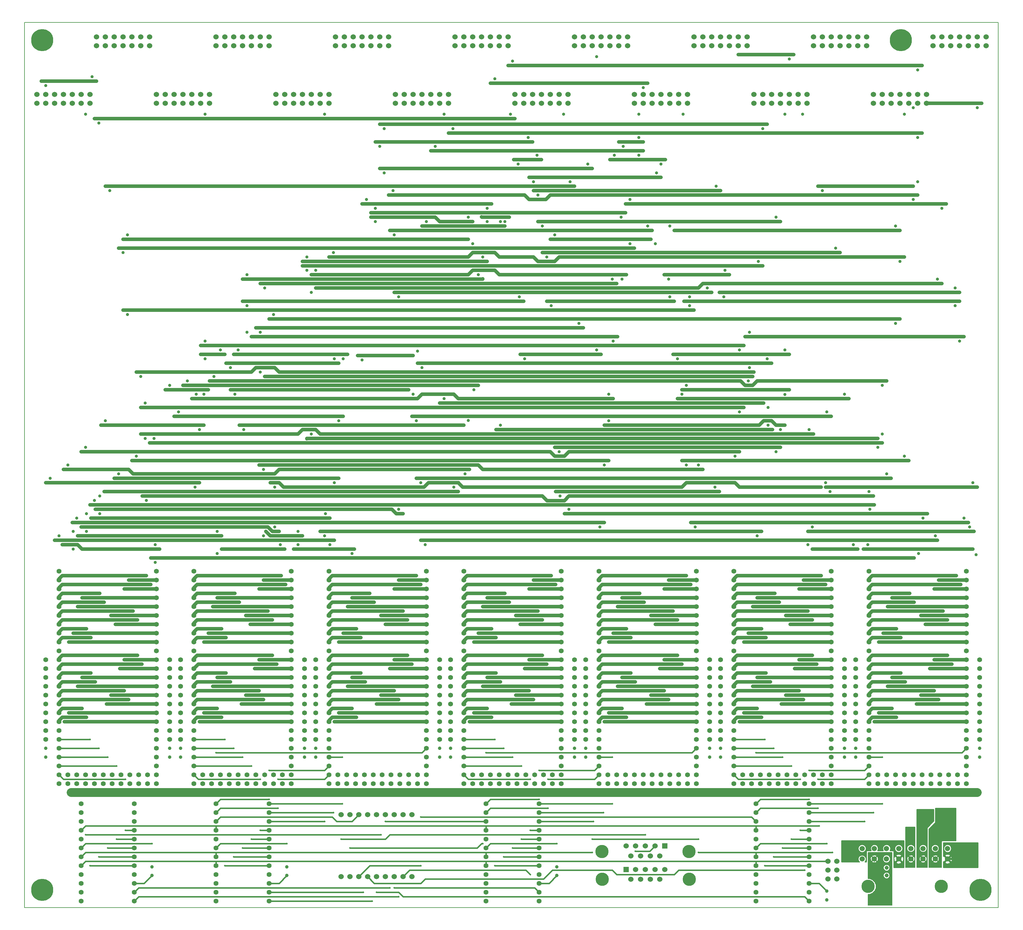
<source format=gbr>
G04 #@! TF.FileFunction,Copper,L1,Top,Signal*
%FSLAX46Y46*%
G04 Gerber Fmt 4.6, Leading zero omitted, Abs format (unit mm)*
G04 Created by KiCad (PCBNEW 4.0.3+e1-6302~38~ubuntu14.04.1-stable) date Fri Aug 19 15:31:16 2016*
%MOMM*%
%LPD*%
G01*
G04 APERTURE LIST*
%ADD10C,0.100000*%
%ADD11C,0.150000*%
%ADD12C,1.500000*%
%ADD13C,3.810000*%
%ADD14C,1.524000*%
%ADD15C,1.397000*%
%ADD16C,1.000000*%
%ADD17R,1.524000X1.524000*%
%ADD18C,6.350000*%
%ADD19C,1.143000*%
%ADD20C,0.508000*%
%ADD21C,0.889000*%
%ADD22C,2.540000*%
%ADD23C,0.381000*%
%ADD24C,1.016000*%
%ADD25C,0.635000*%
%ADD26C,0.177800*%
%ADD27C,0.127000*%
%ADD28C,0.254000*%
G04 APERTURE END LIST*
D10*
D11*
X304800000Y-16510000D02*
X304800000Y-270510000D01*
X25400000Y-16510000D02*
X25400000Y-270510000D01*
X25400000Y-270510000D02*
X304800000Y-270510000D01*
X25400000Y-16510000D02*
X304800000Y-16510000D01*
D12*
X290210000Y-256540000D03*
X272710000Y-256540000D03*
D13*
X288460000Y-264450000D03*
D12*
X269210000Y-256540000D03*
X286710000Y-256540000D03*
X283210000Y-256540000D03*
X265710000Y-256540000D03*
X290210000Y-253540000D03*
X279710000Y-256540000D03*
X286710000Y-253540000D03*
X276210000Y-256540000D03*
D13*
X267460000Y-264450000D03*
D12*
X283210000Y-253540000D03*
X279710000Y-253540000D03*
X276210000Y-253540000D03*
X272710000Y-253540000D03*
X269210000Y-253540000D03*
X265710000Y-253540000D03*
D14*
X116205000Y-243840000D03*
X118745000Y-243840000D03*
X121285000Y-243840000D03*
X123825000Y-243840000D03*
X126365000Y-243840000D03*
X128905000Y-243840000D03*
X131445000Y-243840000D03*
X133985000Y-243840000D03*
X136525000Y-243840000D03*
X136525000Y-261620000D03*
X133985000Y-261620000D03*
X131445000Y-261620000D03*
X128905000Y-261620000D03*
X126365000Y-261620000D03*
X123825000Y-261620000D03*
X121285000Y-261620000D03*
X118745000Y-261620000D03*
X116205000Y-261620000D03*
D15*
X157797500Y-240665000D03*
X157797500Y-243205000D03*
X157797500Y-245745000D03*
X157797500Y-248285000D03*
X157797500Y-250825000D03*
X157797500Y-253365000D03*
X157797500Y-255905000D03*
X157797500Y-260985000D03*
X157797500Y-263525000D03*
X157797500Y-266065000D03*
X157797500Y-268605000D03*
X157797500Y-258445000D03*
X173037500Y-258445000D03*
X173037500Y-268605000D03*
X173037500Y-266065000D03*
X173037500Y-263525000D03*
X173037500Y-260985000D03*
X173037500Y-255905000D03*
X173037500Y-253365000D03*
X173037500Y-250825000D03*
X173037500Y-248285000D03*
X173037500Y-245745000D03*
X173037500Y-243205000D03*
X173037500Y-240665000D03*
X256857500Y-234950000D03*
X256857500Y-232410000D03*
X256857500Y-229870000D03*
X256857500Y-227330000D03*
X256857500Y-224790000D03*
X256857500Y-222250000D03*
X256857500Y-219710000D03*
X256857500Y-217170000D03*
X256857500Y-214630000D03*
X256857500Y-212090000D03*
X256857500Y-209550000D03*
X256857500Y-207010000D03*
X256857500Y-204470000D03*
X256857500Y-201930000D03*
X256857500Y-199390000D03*
X256857500Y-196850000D03*
X256857500Y-194310000D03*
X256857500Y-191770000D03*
X256857500Y-189230000D03*
X256857500Y-186690000D03*
X256857500Y-184150000D03*
X256857500Y-181610000D03*
X256857500Y-179070000D03*
X256857500Y-176530000D03*
X256857500Y-173990000D03*
X228917500Y-173990000D03*
X228917500Y-176530000D03*
X228917500Y-179070000D03*
X228917500Y-181610000D03*
X228917500Y-184150000D03*
X228917500Y-186690000D03*
X228917500Y-189230000D03*
X228917500Y-191770000D03*
X228917500Y-194310000D03*
X228917500Y-196850000D03*
X228917500Y-199390000D03*
X228917500Y-201930000D03*
X228917500Y-204470000D03*
X228917500Y-207010000D03*
X228917500Y-209550000D03*
X228917500Y-212090000D03*
X228917500Y-214630000D03*
X228917500Y-217170000D03*
X228917500Y-219710000D03*
X228917500Y-222250000D03*
X228917500Y-224790000D03*
X228917500Y-227330000D03*
X228917500Y-229870000D03*
X228917500Y-232410000D03*
X228917500Y-234950000D03*
X218122500Y-234950000D03*
X218122500Y-232410000D03*
X218122500Y-229870000D03*
X218122500Y-227330000D03*
X218122500Y-224790000D03*
X218122500Y-222250000D03*
X218122500Y-219710000D03*
X218122500Y-217170000D03*
X218122500Y-214630000D03*
X218122500Y-212090000D03*
X218122500Y-209550000D03*
X218122500Y-207010000D03*
X218122500Y-204470000D03*
X218122500Y-201930000D03*
X218122500Y-199390000D03*
X218122500Y-196850000D03*
X218122500Y-194310000D03*
X218122500Y-191770000D03*
X218122500Y-189230000D03*
X218122500Y-186690000D03*
X218122500Y-184150000D03*
X218122500Y-181610000D03*
X218122500Y-179070000D03*
X218122500Y-176530000D03*
X218122500Y-173990000D03*
X190182500Y-173990000D03*
X190182500Y-176530000D03*
X190182500Y-179070000D03*
X190182500Y-181610000D03*
X190182500Y-184150000D03*
X190182500Y-186690000D03*
X190182500Y-189230000D03*
X190182500Y-191770000D03*
X190182500Y-194310000D03*
X190182500Y-196850000D03*
X190182500Y-199390000D03*
X190182500Y-201930000D03*
X190182500Y-204470000D03*
X190182500Y-207010000D03*
X190182500Y-209550000D03*
X190182500Y-212090000D03*
X190182500Y-214630000D03*
X190182500Y-217170000D03*
X190182500Y-219710000D03*
X190182500Y-222250000D03*
X190182500Y-224790000D03*
X190182500Y-227330000D03*
X190182500Y-229870000D03*
X190182500Y-232410000D03*
X190182500Y-234950000D03*
X63182500Y-234950000D03*
X63182500Y-232410000D03*
X63182500Y-229870000D03*
X63182500Y-227330000D03*
X63182500Y-224790000D03*
X63182500Y-222250000D03*
X63182500Y-219710000D03*
X63182500Y-217170000D03*
X63182500Y-214630000D03*
X63182500Y-212090000D03*
X63182500Y-209550000D03*
X63182500Y-207010000D03*
X63182500Y-204470000D03*
X63182500Y-201930000D03*
X63182500Y-199390000D03*
X63182500Y-196850000D03*
X63182500Y-194310000D03*
X63182500Y-191770000D03*
X63182500Y-189230000D03*
X63182500Y-186690000D03*
X63182500Y-184150000D03*
X63182500Y-181610000D03*
X63182500Y-179070000D03*
X63182500Y-176530000D03*
X63182500Y-173990000D03*
X35242500Y-173990000D03*
X35242500Y-176530000D03*
X35242500Y-179070000D03*
X35242500Y-181610000D03*
X35242500Y-184150000D03*
X35242500Y-186690000D03*
X35242500Y-189230000D03*
X35242500Y-191770000D03*
X35242500Y-194310000D03*
X35242500Y-196850000D03*
X35242500Y-199390000D03*
X35242500Y-201930000D03*
X35242500Y-204470000D03*
X35242500Y-207010000D03*
X35242500Y-209550000D03*
X35242500Y-212090000D03*
X35242500Y-214630000D03*
X35242500Y-217170000D03*
X35242500Y-219710000D03*
X35242500Y-222250000D03*
X35242500Y-224790000D03*
X35242500Y-227330000D03*
X35242500Y-229870000D03*
X35242500Y-232410000D03*
X35242500Y-234950000D03*
D14*
X95567500Y-20637500D03*
X93027500Y-20637500D03*
X90487500Y-20637500D03*
X87947500Y-20637500D03*
X85407500Y-20637500D03*
X82867500Y-20637500D03*
X80327500Y-20637500D03*
X95567500Y-23177500D03*
X93027500Y-23177500D03*
X90487500Y-23177500D03*
X87947500Y-23177500D03*
X85407500Y-23177500D03*
X82867500Y-23177500D03*
X80327500Y-23177500D03*
X44132500Y-37147500D03*
X41592500Y-37147500D03*
X39052500Y-37147500D03*
X36512500Y-37147500D03*
X33972500Y-37147500D03*
X31432500Y-37147500D03*
X28892500Y-37147500D03*
X44132500Y-39687500D03*
X41592500Y-39687500D03*
X39052500Y-39687500D03*
X36512500Y-39687500D03*
X33972500Y-39687500D03*
X31432500Y-39687500D03*
X28892500Y-39687500D03*
D15*
X101917500Y-234950000D03*
X101917500Y-232410000D03*
X101917500Y-229870000D03*
X101917500Y-227330000D03*
X101917500Y-224790000D03*
X101917500Y-222250000D03*
X101917500Y-219710000D03*
X101917500Y-217170000D03*
X101917500Y-214630000D03*
X101917500Y-212090000D03*
X101917500Y-209550000D03*
X101917500Y-207010000D03*
X101917500Y-204470000D03*
X101917500Y-201930000D03*
X101917500Y-199390000D03*
X101917500Y-196850000D03*
X101917500Y-194310000D03*
X101917500Y-191770000D03*
X101917500Y-189230000D03*
X101917500Y-186690000D03*
X101917500Y-184150000D03*
X101917500Y-181610000D03*
X101917500Y-179070000D03*
X101917500Y-176530000D03*
X101917500Y-173990000D03*
X73977500Y-173990000D03*
X73977500Y-176530000D03*
X73977500Y-179070000D03*
X73977500Y-181610000D03*
X73977500Y-184150000D03*
X73977500Y-186690000D03*
X73977500Y-189230000D03*
X73977500Y-191770000D03*
X73977500Y-194310000D03*
X73977500Y-196850000D03*
X73977500Y-199390000D03*
X73977500Y-201930000D03*
X73977500Y-204470000D03*
X73977500Y-207010000D03*
X73977500Y-209550000D03*
X73977500Y-212090000D03*
X73977500Y-214630000D03*
X73977500Y-217170000D03*
X73977500Y-219710000D03*
X73977500Y-222250000D03*
X73977500Y-224790000D03*
X73977500Y-227330000D03*
X73977500Y-229870000D03*
X73977500Y-232410000D03*
X73977500Y-234950000D03*
X140652500Y-234950000D03*
X140652500Y-232410000D03*
X140652500Y-229870000D03*
X140652500Y-227330000D03*
X140652500Y-224790000D03*
X140652500Y-222250000D03*
X140652500Y-219710000D03*
X140652500Y-217170000D03*
X140652500Y-214630000D03*
X140652500Y-212090000D03*
X140652500Y-209550000D03*
X140652500Y-207010000D03*
X140652500Y-204470000D03*
X140652500Y-201930000D03*
X140652500Y-199390000D03*
X140652500Y-196850000D03*
X140652500Y-194310000D03*
X140652500Y-191770000D03*
X140652500Y-189230000D03*
X140652500Y-186690000D03*
X140652500Y-184150000D03*
X140652500Y-181610000D03*
X140652500Y-179070000D03*
X140652500Y-176530000D03*
X140652500Y-173990000D03*
X112712500Y-173990000D03*
X112712500Y-176530000D03*
X112712500Y-179070000D03*
X112712500Y-181610000D03*
X112712500Y-184150000D03*
X112712500Y-186690000D03*
X112712500Y-189230000D03*
X112712500Y-191770000D03*
X112712500Y-194310000D03*
X112712500Y-196850000D03*
X112712500Y-199390000D03*
X112712500Y-201930000D03*
X112712500Y-204470000D03*
X112712500Y-207010000D03*
X112712500Y-209550000D03*
X112712500Y-212090000D03*
X112712500Y-214630000D03*
X112712500Y-217170000D03*
X112712500Y-219710000D03*
X112712500Y-222250000D03*
X112712500Y-224790000D03*
X112712500Y-227330000D03*
X112712500Y-229870000D03*
X112712500Y-232410000D03*
X112712500Y-234950000D03*
X179387500Y-234950000D03*
X179387500Y-232410000D03*
X179387500Y-229870000D03*
X179387500Y-227330000D03*
X179387500Y-224790000D03*
X179387500Y-222250000D03*
X179387500Y-219710000D03*
X179387500Y-217170000D03*
X179387500Y-214630000D03*
X179387500Y-212090000D03*
X179387500Y-209550000D03*
X179387500Y-207010000D03*
X179387500Y-204470000D03*
X179387500Y-201930000D03*
X179387500Y-199390000D03*
X179387500Y-196850000D03*
X179387500Y-194310000D03*
X179387500Y-191770000D03*
X179387500Y-189230000D03*
X179387500Y-186690000D03*
X179387500Y-184150000D03*
X179387500Y-181610000D03*
X179387500Y-179070000D03*
X179387500Y-176530000D03*
X179387500Y-173990000D03*
X151447500Y-173990000D03*
X151447500Y-176530000D03*
X151447500Y-179070000D03*
X151447500Y-181610000D03*
X151447500Y-184150000D03*
X151447500Y-186690000D03*
X151447500Y-189230000D03*
X151447500Y-191770000D03*
X151447500Y-194310000D03*
X151447500Y-196850000D03*
X151447500Y-199390000D03*
X151447500Y-201930000D03*
X151447500Y-204470000D03*
X151447500Y-207010000D03*
X151447500Y-209550000D03*
X151447500Y-212090000D03*
X151447500Y-214630000D03*
X151447500Y-217170000D03*
X151447500Y-219710000D03*
X151447500Y-222250000D03*
X151447500Y-224790000D03*
X151447500Y-227330000D03*
X151447500Y-229870000D03*
X151447500Y-232410000D03*
X151447500Y-234950000D03*
X295592500Y-234950000D03*
X295592500Y-232410000D03*
X295592500Y-229870000D03*
X295592500Y-227330000D03*
X295592500Y-224790000D03*
X295592500Y-222250000D03*
X295592500Y-219710000D03*
X295592500Y-217170000D03*
X295592500Y-214630000D03*
X295592500Y-212090000D03*
X295592500Y-209550000D03*
X295592500Y-207010000D03*
X295592500Y-204470000D03*
X295592500Y-201930000D03*
X295592500Y-199390000D03*
X295592500Y-196850000D03*
X295592500Y-194310000D03*
X295592500Y-191770000D03*
X295592500Y-189230000D03*
X295592500Y-186690000D03*
X295592500Y-184150000D03*
X295592500Y-181610000D03*
X295592500Y-179070000D03*
X295592500Y-176530000D03*
X295592500Y-173990000D03*
X267652500Y-173990000D03*
X267652500Y-176530000D03*
X267652500Y-179070000D03*
X267652500Y-181610000D03*
X267652500Y-184150000D03*
X267652500Y-186690000D03*
X267652500Y-189230000D03*
X267652500Y-191770000D03*
X267652500Y-194310000D03*
X267652500Y-196850000D03*
X267652500Y-199390000D03*
X267652500Y-201930000D03*
X267652500Y-204470000D03*
X267652500Y-207010000D03*
X267652500Y-209550000D03*
X267652500Y-212090000D03*
X267652500Y-214630000D03*
X267652500Y-217170000D03*
X267652500Y-219710000D03*
X267652500Y-222250000D03*
X267652500Y-224790000D03*
X267652500Y-227330000D03*
X267652500Y-229870000D03*
X267652500Y-232410000D03*
X267652500Y-234950000D03*
D14*
X215582500Y-37147500D03*
X213042500Y-37147500D03*
X210502500Y-37147500D03*
X207962500Y-37147500D03*
X205422500Y-37147500D03*
X202882500Y-37147500D03*
X200342500Y-37147500D03*
X215582500Y-39687500D03*
X213042500Y-39687500D03*
X210502500Y-39687500D03*
X207962500Y-39687500D03*
X205422500Y-39687500D03*
X202882500Y-39687500D03*
X200342500Y-39687500D03*
D15*
X235267500Y-240665000D03*
X235267500Y-243205000D03*
X235267500Y-245745000D03*
X235267500Y-248285000D03*
X235267500Y-250825000D03*
X235267500Y-253365000D03*
X235267500Y-255905000D03*
X235267500Y-260985000D03*
X235267500Y-263525000D03*
X235267500Y-266065000D03*
X235267500Y-268605000D03*
X235267500Y-258445000D03*
X250507500Y-258445000D03*
X250507500Y-268605000D03*
X250507500Y-266065000D03*
X250507500Y-263525000D03*
X250507500Y-260985000D03*
X250507500Y-255905000D03*
X250507500Y-253365000D03*
X250507500Y-250825000D03*
X250507500Y-248285000D03*
X250507500Y-245745000D03*
X250507500Y-243205000D03*
X250507500Y-240665000D03*
X80327500Y-240665000D03*
X80327500Y-243205000D03*
X80327500Y-245745000D03*
X80327500Y-248285000D03*
X80327500Y-250825000D03*
X80327500Y-253365000D03*
X80327500Y-255905000D03*
X80327500Y-260985000D03*
X80327500Y-263525000D03*
X80327500Y-266065000D03*
X80327500Y-268605000D03*
X80327500Y-258445000D03*
X95567500Y-258445000D03*
X95567500Y-268605000D03*
X95567500Y-266065000D03*
X95567500Y-263525000D03*
X95567500Y-260985000D03*
X95567500Y-255905000D03*
X95567500Y-253365000D03*
X95567500Y-250825000D03*
X95567500Y-248285000D03*
X95567500Y-245745000D03*
X95567500Y-243205000D03*
X95567500Y-240665000D03*
X282892500Y-232410000D03*
X293052500Y-232410000D03*
X290512500Y-232410000D03*
X287972500Y-232410000D03*
X285432500Y-232410000D03*
X280352500Y-232410000D03*
X277812500Y-232410000D03*
X275272500Y-232410000D03*
X272732500Y-232410000D03*
X270192500Y-232410000D03*
X244157500Y-232410000D03*
X254317500Y-232410000D03*
X251777500Y-232410000D03*
X249237500Y-232410000D03*
X246697500Y-232410000D03*
X241617500Y-232410000D03*
X239077500Y-232410000D03*
X236537500Y-232410000D03*
X233997500Y-232410000D03*
X231457500Y-232410000D03*
X205422500Y-232410000D03*
X215582500Y-232410000D03*
X213042500Y-232410000D03*
X210502500Y-232410000D03*
X207962500Y-232410000D03*
X202882500Y-232410000D03*
X200342500Y-232410000D03*
X197802500Y-232410000D03*
X195262500Y-232410000D03*
X192722500Y-232410000D03*
X166687500Y-232410000D03*
X176847500Y-232410000D03*
X174307500Y-232410000D03*
X171767500Y-232410000D03*
X169227500Y-232410000D03*
X164147500Y-232410000D03*
X161607500Y-232410000D03*
X159067500Y-232410000D03*
X156527500Y-232410000D03*
X153987500Y-232410000D03*
X127952500Y-232410000D03*
X138112500Y-232410000D03*
X135572500Y-232410000D03*
X133032500Y-232410000D03*
X130492500Y-232410000D03*
X125412500Y-232410000D03*
X122872500Y-232410000D03*
X120332500Y-232410000D03*
X117792500Y-232410000D03*
X115252500Y-232410000D03*
X89217500Y-232410000D03*
X99377500Y-232410000D03*
X96837500Y-232410000D03*
X94297500Y-232410000D03*
X91757500Y-232410000D03*
X86677500Y-232410000D03*
X84137500Y-232410000D03*
X81597500Y-232410000D03*
X79057500Y-232410000D03*
X76517500Y-232410000D03*
X50482500Y-232410000D03*
X60642500Y-232410000D03*
X58102500Y-232410000D03*
X55562500Y-232410000D03*
X53022500Y-232410000D03*
X47942500Y-232410000D03*
X45402500Y-232410000D03*
X42862500Y-232410000D03*
X40322500Y-232410000D03*
X37782500Y-232410000D03*
X280352500Y-234950000D03*
X270192500Y-234950000D03*
X272732500Y-234950000D03*
X275272500Y-234950000D03*
X277812500Y-234950000D03*
X282892500Y-234950000D03*
X285432500Y-234950000D03*
X287972500Y-234950000D03*
X290512500Y-234950000D03*
X293052500Y-234950000D03*
X241617500Y-234950000D03*
X231457500Y-234950000D03*
X233997500Y-234950000D03*
X236537500Y-234950000D03*
X239077500Y-234950000D03*
X244157500Y-234950000D03*
X246697500Y-234950000D03*
X249237500Y-234950000D03*
X251777500Y-234950000D03*
X254317500Y-234950000D03*
X202882500Y-234950000D03*
X192722500Y-234950000D03*
X195262500Y-234950000D03*
X197802500Y-234950000D03*
X200342500Y-234950000D03*
X205422500Y-234950000D03*
X207962500Y-234950000D03*
X210502500Y-234950000D03*
X213042500Y-234950000D03*
X215582500Y-234950000D03*
X164147500Y-234950000D03*
X153987500Y-234950000D03*
X156527500Y-234950000D03*
X159067500Y-234950000D03*
X161607500Y-234950000D03*
X166687500Y-234950000D03*
X169227500Y-234950000D03*
X171767500Y-234950000D03*
X174307500Y-234950000D03*
X176847500Y-234950000D03*
X125412500Y-234950000D03*
X115252500Y-234950000D03*
X117792500Y-234950000D03*
X120332500Y-234950000D03*
X122872500Y-234950000D03*
X127952500Y-234950000D03*
X130492500Y-234950000D03*
X133032500Y-234950000D03*
X135572500Y-234950000D03*
X138112500Y-234950000D03*
X86677500Y-234950000D03*
X76517500Y-234950000D03*
X79057500Y-234950000D03*
X81597500Y-234950000D03*
X84137500Y-234950000D03*
X89217500Y-234950000D03*
X91757500Y-234950000D03*
X94297500Y-234950000D03*
X96837500Y-234950000D03*
X99377500Y-234950000D03*
X47942500Y-234950000D03*
X37782500Y-234950000D03*
X40322500Y-234950000D03*
X42862500Y-234950000D03*
X45402500Y-234950000D03*
X50482500Y-234950000D03*
X53022500Y-234950000D03*
X55562500Y-234950000D03*
X58102500Y-234950000D03*
X60642500Y-234950000D03*
D14*
X112712500Y-37147500D03*
X110172500Y-37147500D03*
X107632500Y-37147500D03*
X105092500Y-37147500D03*
X102552500Y-37147500D03*
X100012500Y-37147500D03*
X97472500Y-37147500D03*
X112712500Y-39687500D03*
X110172500Y-39687500D03*
X107632500Y-39687500D03*
X105092500Y-39687500D03*
X102552500Y-39687500D03*
X100012500Y-39687500D03*
X97472500Y-39687500D03*
X181292500Y-37147500D03*
X178752500Y-37147500D03*
X176212500Y-37147500D03*
X173672500Y-37147500D03*
X171132500Y-37147500D03*
X168592500Y-37147500D03*
X166052500Y-37147500D03*
X181292500Y-39687500D03*
X178752500Y-39687500D03*
X176212500Y-39687500D03*
X173672500Y-39687500D03*
X171132500Y-39687500D03*
X168592500Y-39687500D03*
X166052500Y-39687500D03*
X249872500Y-37147500D03*
X247332500Y-37147500D03*
X244792500Y-37147500D03*
X242252500Y-37147500D03*
X239712500Y-37147500D03*
X237172500Y-37147500D03*
X234632500Y-37147500D03*
X249872500Y-39687500D03*
X247332500Y-39687500D03*
X244792500Y-39687500D03*
X242252500Y-39687500D03*
X239712500Y-39687500D03*
X237172500Y-39687500D03*
X234632500Y-39687500D03*
X78422500Y-37147500D03*
X75882500Y-37147500D03*
X73342500Y-37147500D03*
X70802500Y-37147500D03*
X68262500Y-37147500D03*
X65722500Y-37147500D03*
X63182500Y-37147500D03*
X78422500Y-39687500D03*
X75882500Y-39687500D03*
X73342500Y-39687500D03*
X70802500Y-39687500D03*
X68262500Y-39687500D03*
X65722500Y-39687500D03*
X63182500Y-39687500D03*
X147002500Y-37147500D03*
X144462500Y-37147500D03*
X141922500Y-37147500D03*
X139382500Y-37147500D03*
X136842500Y-37147500D03*
X134302500Y-37147500D03*
X131762500Y-37147500D03*
X147002500Y-39687500D03*
X144462500Y-39687500D03*
X141922500Y-39687500D03*
X139382500Y-39687500D03*
X136842500Y-39687500D03*
X134302500Y-39687500D03*
X131762500Y-39687500D03*
X284162500Y-37147500D03*
X281622500Y-37147500D03*
X279082500Y-37147500D03*
X276542500Y-37147500D03*
X274002500Y-37147500D03*
X271462500Y-37147500D03*
X268922500Y-37147500D03*
X284162500Y-39687500D03*
X281622500Y-39687500D03*
X279082500Y-39687500D03*
X276542500Y-39687500D03*
X274002500Y-39687500D03*
X271462500Y-39687500D03*
X268922500Y-39687500D03*
X61277500Y-20637500D03*
X58737500Y-20637500D03*
X56197500Y-20637500D03*
X53657500Y-20637500D03*
X51117500Y-20637500D03*
X48577500Y-20637500D03*
X46037500Y-20637500D03*
X61277500Y-23177500D03*
X58737500Y-23177500D03*
X56197500Y-23177500D03*
X53657500Y-23177500D03*
X51117500Y-23177500D03*
X48577500Y-23177500D03*
X46037500Y-23177500D03*
X129857500Y-20637500D03*
X127317500Y-20637500D03*
X124777500Y-20637500D03*
X122237500Y-20637500D03*
X119697500Y-20637500D03*
X117157500Y-20637500D03*
X114617500Y-20637500D03*
X129857500Y-23177500D03*
X127317500Y-23177500D03*
X124777500Y-23177500D03*
X122237500Y-23177500D03*
X119697500Y-23177500D03*
X117157500Y-23177500D03*
X114617500Y-23177500D03*
X198437500Y-20637500D03*
X195897500Y-20637500D03*
X193357500Y-20637500D03*
X190817500Y-20637500D03*
X188277500Y-20637500D03*
X185737500Y-20637500D03*
X183197500Y-20637500D03*
X198437500Y-23177500D03*
X195897500Y-23177500D03*
X193357500Y-23177500D03*
X190817500Y-23177500D03*
X188277500Y-23177500D03*
X185737500Y-23177500D03*
X183197500Y-23177500D03*
X267017500Y-20637500D03*
X264477500Y-20637500D03*
X261937500Y-20637500D03*
X259397500Y-20637500D03*
X256857500Y-20637500D03*
X254317500Y-20637500D03*
X251777500Y-20637500D03*
X267017500Y-23177500D03*
X264477500Y-23177500D03*
X261937500Y-23177500D03*
X259397500Y-23177500D03*
X256857500Y-23177500D03*
X254317500Y-23177500D03*
X251777500Y-23177500D03*
X164147500Y-20637500D03*
X161607500Y-20637500D03*
X159067500Y-20637500D03*
X156527500Y-20637500D03*
X153987500Y-20637500D03*
X151447500Y-20637500D03*
X148907500Y-20637500D03*
X164147500Y-23177500D03*
X161607500Y-23177500D03*
X159067500Y-23177500D03*
X156527500Y-23177500D03*
X153987500Y-23177500D03*
X151447500Y-23177500D03*
X148907500Y-23177500D03*
X232727500Y-20637500D03*
X230187500Y-20637500D03*
X227647500Y-20637500D03*
X225107500Y-20637500D03*
X222567500Y-20637500D03*
X220027500Y-20637500D03*
X217487500Y-20637500D03*
X232727500Y-23177500D03*
X230187500Y-23177500D03*
X227647500Y-23177500D03*
X225107500Y-23177500D03*
X222567500Y-23177500D03*
X220027500Y-23177500D03*
X217487500Y-23177500D03*
X301307500Y-20637500D03*
X298767500Y-20637500D03*
X296227500Y-20637500D03*
X293687500Y-20637500D03*
X291147500Y-20637500D03*
X288607500Y-20637500D03*
X286067500Y-20637500D03*
X301307500Y-23177500D03*
X298767500Y-23177500D03*
X296227500Y-23177500D03*
X293687500Y-23177500D03*
X291147500Y-23177500D03*
X288607500Y-23177500D03*
X286067500Y-23177500D03*
D16*
X299402500Y-227310000D03*
X299402500Y-224810000D03*
X263842500Y-227310000D03*
X263842500Y-224810000D03*
X260667500Y-227310000D03*
X260667500Y-224810000D03*
X225107500Y-227310000D03*
X225107500Y-224810000D03*
X221932500Y-227310000D03*
X221932500Y-224810000D03*
X186372500Y-227310000D03*
X186372500Y-224810000D03*
X183197500Y-227310000D03*
X183197500Y-224810000D03*
X147637500Y-227310000D03*
X147637500Y-224810000D03*
X144462500Y-227310000D03*
X144462500Y-224810000D03*
X108902500Y-227310000D03*
X108902500Y-224810000D03*
X105727500Y-227310000D03*
X105727500Y-224810000D03*
X70167500Y-227310000D03*
X70167500Y-224810000D03*
X66992500Y-227310000D03*
X66992500Y-224810000D03*
X31432500Y-227310000D03*
X31432500Y-224810000D03*
D15*
X41592500Y-240665000D03*
X41592500Y-243205000D03*
X41592500Y-245745000D03*
X41592500Y-248285000D03*
X41592500Y-250825000D03*
X41592500Y-253365000D03*
X41592500Y-255905000D03*
X41592500Y-260985000D03*
X41592500Y-263525000D03*
X41592500Y-266065000D03*
X41592500Y-268605000D03*
X41592500Y-258445000D03*
X56832500Y-258445000D03*
X56832500Y-268605000D03*
X56832500Y-266065000D03*
X56832500Y-263525000D03*
X56832500Y-260985000D03*
X56832500Y-255905000D03*
X56832500Y-253365000D03*
X56832500Y-250825000D03*
X56832500Y-248285000D03*
X56832500Y-245745000D03*
X56832500Y-243205000D03*
X56832500Y-240665000D03*
D14*
X255905000Y-257175000D03*
X258445000Y-257175000D03*
X255905000Y-259715000D03*
X258445000Y-259715000D03*
X255905000Y-262255000D03*
X258445000Y-262255000D03*
X207670400Y-262416925D03*
X204901800Y-262416925D03*
X202133200Y-262416925D03*
X199364600Y-262416925D03*
X209054700Y-259572125D03*
X206286100Y-259572125D03*
X203517500Y-259572125D03*
X200748900Y-259572125D03*
D17*
X197980300Y-259572125D03*
D13*
X216141300Y-262416925D03*
X191147700Y-262416925D03*
X216014300Y-254415925D03*
X191020700Y-254415925D03*
D17*
X209054700Y-252815725D03*
D14*
X206286100Y-252815725D03*
X203517500Y-252815725D03*
X200748900Y-252815725D03*
X197980300Y-252815725D03*
X207670400Y-255660525D03*
X204901800Y-255660525D03*
X202133200Y-255660525D03*
X199364600Y-255660525D03*
D15*
X31432500Y-212090000D03*
X31432500Y-222250000D03*
X31432500Y-219710000D03*
X31432500Y-217170000D03*
X31432500Y-214630000D03*
X31432500Y-209550000D03*
X31432500Y-207010000D03*
X31432500Y-204470000D03*
X31432500Y-201930000D03*
X31432500Y-199390000D03*
X66992500Y-212090000D03*
X66992500Y-222250000D03*
X66992500Y-219710000D03*
X66992500Y-217170000D03*
X66992500Y-214630000D03*
X66992500Y-209550000D03*
X66992500Y-207010000D03*
X66992500Y-204470000D03*
X66992500Y-201930000D03*
X66992500Y-199390000D03*
X70167500Y-212090000D03*
X70167500Y-222250000D03*
X70167500Y-219710000D03*
X70167500Y-217170000D03*
X70167500Y-214630000D03*
X70167500Y-209550000D03*
X70167500Y-207010000D03*
X70167500Y-204470000D03*
X70167500Y-201930000D03*
X70167500Y-199390000D03*
X105727500Y-212090000D03*
X105727500Y-222250000D03*
X105727500Y-219710000D03*
X105727500Y-217170000D03*
X105727500Y-214630000D03*
X105727500Y-209550000D03*
X105727500Y-207010000D03*
X105727500Y-204470000D03*
X105727500Y-201930000D03*
X105727500Y-199390000D03*
X108902500Y-212090000D03*
X108902500Y-222250000D03*
X108902500Y-219710000D03*
X108902500Y-217170000D03*
X108902500Y-214630000D03*
X108902500Y-209550000D03*
X108902500Y-207010000D03*
X108902500Y-204470000D03*
X108902500Y-201930000D03*
X108902500Y-199390000D03*
X144462500Y-212090000D03*
X144462500Y-222250000D03*
X144462500Y-219710000D03*
X144462500Y-217170000D03*
X144462500Y-214630000D03*
X144462500Y-209550000D03*
X144462500Y-207010000D03*
X144462500Y-204470000D03*
X144462500Y-201930000D03*
X144462500Y-199390000D03*
X147637500Y-212090000D03*
X147637500Y-222250000D03*
X147637500Y-219710000D03*
X147637500Y-217170000D03*
X147637500Y-214630000D03*
X147637500Y-209550000D03*
X147637500Y-207010000D03*
X147637500Y-204470000D03*
X147637500Y-201930000D03*
X147637500Y-199390000D03*
X183197500Y-212090000D03*
X183197500Y-222250000D03*
X183197500Y-219710000D03*
X183197500Y-217170000D03*
X183197500Y-214630000D03*
X183197500Y-209550000D03*
X183197500Y-207010000D03*
X183197500Y-204470000D03*
X183197500Y-201930000D03*
X183197500Y-199390000D03*
X186372500Y-212090000D03*
X186372500Y-222250000D03*
X186372500Y-219710000D03*
X186372500Y-217170000D03*
X186372500Y-214630000D03*
X186372500Y-209550000D03*
X186372500Y-207010000D03*
X186372500Y-204470000D03*
X186372500Y-201930000D03*
X186372500Y-199390000D03*
X221932500Y-212090000D03*
X221932500Y-222250000D03*
X221932500Y-219710000D03*
X221932500Y-217170000D03*
X221932500Y-214630000D03*
X221932500Y-209550000D03*
X221932500Y-207010000D03*
X221932500Y-204470000D03*
X221932500Y-201930000D03*
X221932500Y-199390000D03*
X225107500Y-212090000D03*
X225107500Y-222250000D03*
X225107500Y-219710000D03*
X225107500Y-217170000D03*
X225107500Y-214630000D03*
X225107500Y-209550000D03*
X225107500Y-207010000D03*
X225107500Y-204470000D03*
X225107500Y-201930000D03*
X225107500Y-199390000D03*
X260667500Y-212090000D03*
X260667500Y-222250000D03*
X260667500Y-219710000D03*
X260667500Y-217170000D03*
X260667500Y-214630000D03*
X260667500Y-209550000D03*
X260667500Y-207010000D03*
X260667500Y-204470000D03*
X260667500Y-201930000D03*
X260667500Y-199390000D03*
X263842500Y-212090000D03*
X263842500Y-222250000D03*
X263842500Y-219710000D03*
X263842500Y-217170000D03*
X263842500Y-214630000D03*
X263842500Y-209550000D03*
X263842500Y-207010000D03*
X263842500Y-204470000D03*
X263842500Y-201930000D03*
X263842500Y-199390000D03*
X299402500Y-212090000D03*
X299402500Y-222250000D03*
X299402500Y-219710000D03*
X299402500Y-217170000D03*
X299402500Y-214630000D03*
X299402500Y-209550000D03*
X299402500Y-207010000D03*
X299402500Y-204470000D03*
X299402500Y-201930000D03*
X299402500Y-199390000D03*
D16*
X61912500Y-261282500D03*
X61912500Y-258782500D03*
X100647500Y-261282500D03*
X100647500Y-258782500D03*
X178117500Y-261282500D03*
X178117500Y-258782500D03*
X255587500Y-265767500D03*
X255587500Y-268267500D03*
D18*
X276860000Y-21590000D03*
X30480000Y-21590000D03*
X299720000Y-265430000D03*
X30480000Y-265430000D03*
D19*
X118745000Y-237490000D03*
X38735000Y-237490000D03*
X154940000Y-237490000D03*
X232410000Y-237490000D03*
X77470000Y-237490000D03*
X182562500Y-237490000D03*
X221297500Y-237490000D03*
X298767500Y-237490000D03*
X260032500Y-237490000D03*
X66357500Y-237490000D03*
X105092500Y-237490000D03*
X143827500Y-237490000D03*
D20*
X61912500Y-252095000D03*
D21*
X36830000Y-217170000D03*
X38100000Y-214630000D03*
X48895000Y-212090000D03*
X164782500Y-42862500D03*
X46672500Y-45402500D03*
X50165000Y-209550000D03*
X166052500Y-44132500D03*
X45402500Y-44132500D03*
X62865000Y-166370000D03*
X40640000Y-207010000D03*
X39370000Y-167640000D03*
X36195000Y-166370000D03*
X64135000Y-167640000D03*
X41910000Y-204470000D03*
X199072500Y-80010000D03*
X53657500Y-82550000D03*
X52705000Y-201930000D03*
X53975000Y-199390000D03*
X200342500Y-81280000D03*
X52387500Y-81280000D03*
X31432500Y-34607500D03*
X38100000Y-194310000D03*
X44767500Y-32067500D03*
X39370000Y-191770000D03*
X30162500Y-33337500D03*
X46037500Y-33337500D03*
X51435000Y-189230000D03*
X181927500Y-62230000D03*
X49847500Y-64770000D03*
X183197500Y-63500000D03*
X48577500Y-63500000D03*
X50165000Y-186690000D03*
X39370000Y-162560000D03*
X40640000Y-184150000D03*
X80645000Y-162560000D03*
X41910000Y-181610000D03*
X81915000Y-163830000D03*
X40640000Y-163830000D03*
X53975000Y-179070000D03*
X216217500Y-97790000D03*
X54927500Y-100330000D03*
X55245000Y-176530000D03*
X217487500Y-99060000D03*
X53657500Y-99060000D03*
X280670000Y-170180000D03*
X61595000Y-170180000D03*
X60325000Y-175260000D03*
X62865000Y-171450000D03*
X61595000Y-177800000D03*
X281940000Y-168910000D03*
X46990000Y-180340000D03*
X48260000Y-151130000D03*
X149860000Y-151130000D03*
X46990000Y-152400000D03*
X48260000Y-182880000D03*
X148590000Y-149860000D03*
X251777500Y-134620000D03*
X58737500Y-134620000D03*
X56515000Y-185420000D03*
X60007500Y-135890000D03*
X57785000Y-187960000D03*
X250507500Y-133350000D03*
X43180000Y-190500000D03*
X113030000Y-158750000D03*
X44450000Y-158750000D03*
X43180000Y-157480000D03*
X44450000Y-193040000D03*
X111760000Y-157480000D03*
X268922500Y-152400000D03*
X59055000Y-152400000D03*
X57785000Y-198120000D03*
X59055000Y-200660000D03*
X267652500Y-151130000D03*
X60325000Y-153670000D03*
X133985000Y-157480000D03*
X44450000Y-203200000D03*
X45720000Y-156210000D03*
X46990000Y-157480000D03*
X45720000Y-205740000D03*
X132715000Y-156210000D03*
X234632500Y-116840000D03*
X57467500Y-116840000D03*
X53975000Y-208280000D03*
X58737500Y-118110000D03*
X233362500Y-115570000D03*
X55245000Y-210820000D03*
X41910000Y-213360000D03*
X98425000Y-162560000D03*
X41592500Y-161290000D03*
X43180000Y-215900000D03*
X97155000Y-161290000D03*
X43180000Y-162560000D03*
D20*
X44132500Y-222250000D03*
X44132500Y-258445000D03*
X46672500Y-224790000D03*
X46672500Y-255905000D03*
X49212500Y-227330000D03*
X49212500Y-253365000D03*
X51752500Y-250825000D03*
X51752500Y-229870000D03*
X54292500Y-233680000D03*
X54292500Y-248285000D03*
X100647500Y-252095000D03*
D21*
X32702500Y-147320000D03*
X75565000Y-217170000D03*
X74295000Y-149860000D03*
X76835000Y-214630000D03*
X31432500Y-148590000D03*
X75565000Y-148590000D03*
X167322500Y-95250000D03*
X89217500Y-97790000D03*
X87630000Y-212090000D03*
X88900000Y-209550000D03*
X87947500Y-96520000D03*
X168592500Y-96520000D03*
X66992500Y-120650000D03*
X79375000Y-207010000D03*
X76835000Y-123190000D03*
X80645000Y-204470000D03*
X78105000Y-121920000D03*
X65722500Y-121920000D03*
X193992500Y-90170000D03*
X197167500Y-52070000D03*
X201612500Y-49530000D03*
X201612500Y-42862500D03*
X91440000Y-201930000D03*
X94297500Y-92710000D03*
X195262500Y-91440000D03*
X195897500Y-50800000D03*
X202882500Y-50800000D03*
X92710000Y-199390000D03*
X93027500Y-91440000D03*
X48577500Y-130810000D03*
X76835000Y-194310000D03*
X75565000Y-133350000D03*
X78105000Y-191770000D03*
X76835000Y-132080000D03*
X47307500Y-132080000D03*
X184467500Y-102870000D03*
X90170000Y-189230000D03*
X93027500Y-105410000D03*
X88900000Y-186690000D03*
X91757500Y-104140000D03*
X185737500Y-104140000D03*
X81597500Y-110490000D03*
X77152500Y-113030000D03*
X79375000Y-184150000D03*
X75882500Y-111760000D03*
X80645000Y-181610000D03*
X82867500Y-111760000D03*
X218757500Y-143510000D03*
X92710000Y-179070000D03*
X93980000Y-144780000D03*
X92710000Y-143510000D03*
X220027500Y-144780000D03*
X93980000Y-176530000D03*
X99060000Y-175260000D03*
X288607500Y-91440000D03*
X108902500Y-92710000D03*
X100330000Y-177800000D03*
X287337500Y-90170000D03*
X107632500Y-93980000D03*
X86995000Y-132080000D03*
X85725000Y-180340000D03*
X151447500Y-132080000D03*
X86995000Y-182880000D03*
X152717500Y-130759202D03*
X88265000Y-133350000D03*
X254000000Y-149860000D03*
X95250000Y-185420000D03*
X95885000Y-148590000D03*
X255270000Y-148590000D03*
X96520000Y-187960000D03*
X97155000Y-149860000D03*
X115570000Y-114300000D03*
X81915000Y-190500000D03*
X83185000Y-114300000D03*
X114300000Y-113030000D03*
X83185000Y-193040000D03*
X84455000Y-115570000D03*
X96520000Y-198120000D03*
X106362500Y-135940798D03*
X270192500Y-135890000D03*
X107632500Y-134620000D03*
X271462500Y-134620000D03*
X97790000Y-200660000D03*
X84455000Y-121920000D03*
X83185000Y-203200000D03*
X135572500Y-121920000D03*
X136842500Y-123190000D03*
X84455000Y-205740000D03*
X85725000Y-123190000D03*
X105092500Y-163830000D03*
X105092500Y-86360000D03*
X237172500Y-86360000D03*
X94615000Y-162560000D03*
X92710000Y-208280000D03*
X93980000Y-210820000D03*
X93980000Y-163830000D03*
X235902500Y-85090000D03*
X103822500Y-162560000D03*
X106362500Y-87630000D03*
X100012500Y-167640000D03*
X81915000Y-167640000D03*
X80645000Y-213360000D03*
X81915000Y-215900000D03*
X98742500Y-166370000D03*
X80645000Y-168910000D03*
D20*
X82867500Y-258445000D03*
X82867500Y-222250000D03*
X85407500Y-224790000D03*
X85407500Y-255905000D03*
X87947500Y-227330000D03*
X87947500Y-253365000D03*
X90487500Y-229870000D03*
X90487500Y-250825000D03*
X93027500Y-233680000D03*
X93027500Y-248285000D03*
X80327500Y-226060000D03*
D21*
X114300000Y-217170000D03*
X113030000Y-166370000D03*
X35242500Y-163830000D03*
X114300000Y-165100000D03*
X33972500Y-165100000D03*
X115570000Y-214630000D03*
X127317500Y-52070000D03*
X169862500Y-49530000D03*
X126365000Y-212090000D03*
X171132500Y-50800000D03*
X127635000Y-209550000D03*
X126047500Y-50800000D03*
X115570000Y-130810000D03*
X69532500Y-128270000D03*
X118110000Y-207010000D03*
X116840000Y-129540000D03*
X68262500Y-129540000D03*
X119380000Y-204470000D03*
X131445000Y-77470000D03*
X130175000Y-201930000D03*
X204152500Y-74930000D03*
X131445000Y-199390000D03*
X130175000Y-76200000D03*
X205422500Y-76200000D03*
X115570000Y-194310000D03*
X52387500Y-146050000D03*
X114300000Y-148590000D03*
X116840000Y-191770000D03*
X115570000Y-147320000D03*
X51117500Y-147320000D03*
X128905000Y-189230000D03*
X128587500Y-59690000D03*
X187007500Y-57150000D03*
X127317500Y-58420000D03*
X188277500Y-58420000D03*
X127635000Y-186690000D03*
X86677500Y-110490000D03*
X118110000Y-184150000D03*
X116840000Y-113030000D03*
X118110000Y-111760000D03*
X85407500Y-111760000D03*
X119380000Y-181610000D03*
X221297500Y-92710000D03*
X131445000Y-179070000D03*
X132715000Y-95250000D03*
X222567500Y-93980000D03*
X131445000Y-93980000D03*
X132715000Y-176530000D03*
X287286702Y-165100000D03*
X137795000Y-175260000D03*
X139065000Y-165100000D03*
X139065000Y-177800000D03*
X140335000Y-166370000D03*
X286702500Y-163830000D03*
X124777500Y-72390000D03*
X153987500Y-73660000D03*
X124460000Y-180340000D03*
X152717500Y-72390000D03*
X126047500Y-73660000D03*
X125730000Y-182880000D03*
X136525000Y-129540000D03*
X256857500Y-129540000D03*
X133985000Y-185420000D03*
X255587500Y-128270000D03*
X137795000Y-130810000D03*
X135255000Y-187960000D03*
X120650000Y-190500000D03*
X121920000Y-193040000D03*
X137795000Y-147320000D03*
X274002500Y-147320000D03*
X135255000Y-198120000D03*
X136525000Y-200660000D03*
X272732500Y-146050000D03*
X139065000Y-148590000D03*
X120967500Y-112077500D03*
X136842500Y-112077500D03*
X121920000Y-203200000D03*
X123190000Y-205740000D03*
X122237500Y-113347500D03*
X138112500Y-110807500D03*
X239712500Y-114300000D03*
X138112500Y-114300000D03*
X131445000Y-208280000D03*
X238442500Y-113030000D03*
X139382500Y-115570000D03*
X132715000Y-210820000D03*
X119380000Y-213360000D03*
X102552500Y-167640000D03*
X120015000Y-167640000D03*
X120650000Y-215900000D03*
X103822500Y-166370000D03*
X119380000Y-168910000D03*
D20*
X111442500Y-245745000D03*
X113982500Y-243205000D03*
X116522500Y-240665000D03*
X116522500Y-227330000D03*
X95567500Y-231140000D03*
X95567500Y-239395000D03*
X98107500Y-233680000D03*
X98107500Y-241935000D03*
X178117500Y-252095000D03*
D21*
X151765000Y-146050000D03*
X153035000Y-217170000D03*
X37782500Y-143510000D03*
X154305000Y-214630000D03*
X153035000Y-144780000D03*
X36512500Y-144780000D03*
X165100000Y-212090000D03*
X167005000Y-57150000D03*
X172402500Y-54610000D03*
X166370000Y-209550000D03*
X173672500Y-55880000D03*
X165735000Y-55880000D03*
X72072500Y-119380000D03*
X156845000Y-207010000D03*
X154305000Y-121920000D03*
X158115000Y-204470000D03*
X155575000Y-120650000D03*
X70802500Y-120650000D03*
X168910000Y-201930000D03*
X171450000Y-62230000D03*
X206692500Y-59690000D03*
X170180000Y-199390000D03*
X207962500Y-60960000D03*
X170180000Y-60960000D03*
X54927500Y-77470000D03*
X154305000Y-194310000D03*
X153987500Y-80010000D03*
X53657500Y-78740000D03*
X155575000Y-191770000D03*
X152717500Y-78740000D03*
X167640000Y-189230000D03*
X168910000Y-113030000D03*
X189547500Y-110490000D03*
X189547500Y-26352500D03*
X166370000Y-186690000D03*
X190817500Y-111760000D03*
X167640000Y-111760000D03*
X156845000Y-184150000D03*
X89217500Y-88900000D03*
X155575000Y-88900000D03*
X87947500Y-90170000D03*
X158115000Y-181610000D03*
X156845000Y-90170000D03*
X170180000Y-179070000D03*
X223837500Y-63500000D03*
X172720000Y-66040000D03*
X171450000Y-64770000D03*
X171450000Y-176530000D03*
X225107500Y-64770000D03*
X177800000Y-151130000D03*
X224790000Y-151130000D03*
X176530000Y-175260000D03*
X293687500Y-93980000D03*
X224790000Y-93980000D03*
X177800000Y-177800000D03*
X226060000Y-95250000D03*
X292417500Y-92710000D03*
X223520000Y-149860000D03*
X179070000Y-152400000D03*
X163195000Y-180340000D03*
X164465000Y-72390000D03*
X156527500Y-72339202D03*
X164465000Y-182880000D03*
X158115000Y-73660000D03*
X163195000Y-73660000D03*
X172720000Y-185420000D03*
X259397500Y-82550000D03*
X173990000Y-82550000D03*
X175260000Y-83820000D03*
X258127500Y-81280000D03*
X173990000Y-187960000D03*
X159385000Y-190500000D03*
X122237500Y-68580000D03*
X159385000Y-68580000D03*
X160655000Y-193040000D03*
X158115000Y-69850000D03*
X123507500Y-67310000D03*
X175260000Y-96520000D03*
X211772500Y-96520000D03*
X173990000Y-198120000D03*
X276542500Y-76200000D03*
X211772500Y-76200000D03*
X175260000Y-200660000D03*
X176530000Y-97790000D03*
X210502500Y-95250000D03*
X210502500Y-74930000D03*
X275272500Y-74930000D03*
X160655000Y-203200000D03*
X139382500Y-74930000D03*
X163195000Y-74930000D03*
X140652500Y-73660000D03*
X161925000Y-205740000D03*
X161925000Y-73660000D03*
X172720000Y-73660000D03*
X170180000Y-208280000D03*
X242252500Y-73660000D03*
X171450000Y-210820000D03*
X173990000Y-74930000D03*
X240982500Y-72390000D03*
X158115000Y-213360000D03*
X105092500Y-85090000D03*
X158115000Y-85090000D03*
X159385000Y-215900000D03*
X106362500Y-83820000D03*
X156845000Y-83820000D03*
D20*
X160337500Y-222250000D03*
X160337500Y-258445000D03*
X162877500Y-224790000D03*
X162877500Y-255905000D03*
X165417500Y-227330000D03*
X165417500Y-253365000D03*
X167957500Y-229870000D03*
X167957500Y-250825000D03*
X170497500Y-233680000D03*
X170497500Y-248285000D03*
X157797500Y-226060000D03*
D21*
X191770000Y-217170000D03*
X40322500Y-158750000D03*
X190500000Y-161290000D03*
X193040000Y-214630000D03*
X191770000Y-160020000D03*
X39052500Y-160020000D03*
X203835000Y-212090000D03*
X206375000Y-80010000D03*
X177482500Y-77470000D03*
X205105000Y-209550000D03*
X205105000Y-78740000D03*
X176212500Y-78740000D03*
X74612500Y-123190000D03*
X195580000Y-207010000D03*
X193040000Y-123190000D03*
X73342500Y-124460000D03*
X196850000Y-204470000D03*
X194310000Y-124460000D03*
X207645000Y-201930000D03*
X208915000Y-199390000D03*
X193040000Y-194310000D03*
X191770000Y-143510000D03*
X57467500Y-140970000D03*
X194310000Y-191770000D03*
X193040000Y-142240000D03*
X56197500Y-142240000D03*
X206375000Y-189230000D03*
X194627500Y-54610000D03*
X207962500Y-57150000D03*
X193357500Y-55880000D03*
X209232500Y-55880000D03*
X205105000Y-186690000D03*
X194310000Y-107950000D03*
X195580000Y-184150000D03*
X89166702Y-105410000D03*
X195580000Y-106680000D03*
X90487500Y-106680000D03*
X196850000Y-181610000D03*
X208915000Y-179070000D03*
X226377500Y-87630000D03*
X210185000Y-90170000D03*
X210185000Y-176530000D03*
X208915000Y-88900000D03*
X227647500Y-88900000D03*
X296227500Y-160020000D03*
X216535000Y-160020000D03*
X215265000Y-175260000D03*
X216535000Y-177800000D03*
X294957500Y-158750000D03*
X217805000Y-161290000D03*
X159067500Y-33972500D03*
X204152500Y-33972500D03*
X201930000Y-180340000D03*
X202882500Y-35242500D03*
X203200000Y-182880000D03*
X160337500Y-32702500D03*
X211455000Y-185420000D03*
X261937500Y-124460000D03*
X212725000Y-124460000D03*
X212725000Y-187960000D03*
X260667500Y-123190000D03*
X213995000Y-123190000D03*
X197802500Y-71120000D03*
X124777500Y-71120000D03*
X198120000Y-190500000D03*
X126047500Y-69850000D03*
X199390000Y-193040000D03*
X196532500Y-72390000D03*
X213995000Y-142240000D03*
X279082500Y-142240000D03*
X212725000Y-198120000D03*
X277812500Y-42862500D03*
X213995000Y-200660000D03*
X277812500Y-140970000D03*
X215265000Y-143510000D03*
X199390000Y-203200000D03*
X141922500Y-53340000D03*
X202882500Y-53340000D03*
X200660000Y-205740000D03*
X201612500Y-54610000D03*
X143192500Y-52070000D03*
X211455000Y-111760000D03*
X244792500Y-111760000D03*
X208915000Y-208280000D03*
X243522500Y-42862500D03*
X210185000Y-210820000D03*
X212725000Y-113030000D03*
X243522500Y-110490000D03*
X107632500Y-88900000D03*
X198120000Y-88900000D03*
X196850000Y-213360000D03*
X196850000Y-90170000D03*
X108902500Y-87630000D03*
X198120000Y-215900000D03*
D20*
X188595000Y-245745000D03*
X191452500Y-243205000D03*
X193992500Y-227330000D03*
X193992500Y-240665000D03*
X173037500Y-231140000D03*
X173037500Y-239395000D03*
X175577500Y-233680000D03*
X175577500Y-241935000D03*
X255587500Y-252095000D03*
D21*
X230505000Y-217170000D03*
X229235000Y-140970000D03*
X42862500Y-138430000D03*
X41592500Y-139700000D03*
X230505000Y-139700000D03*
X231775000Y-214630000D03*
X240982500Y-139700000D03*
X242570000Y-212090000D03*
X178752500Y-139700000D03*
X242252500Y-138430000D03*
X177482500Y-138430000D03*
X243840000Y-209550000D03*
X77152500Y-107950000D03*
X234315000Y-207010000D03*
X230505000Y-110490000D03*
X75882500Y-109220000D03*
X231775000Y-109220000D03*
X235585000Y-204470000D03*
X246380000Y-201930000D03*
X243522500Y-123240798D03*
X215265000Y-120650000D03*
X247650000Y-199390000D03*
X213995000Y-121920000D03*
X244792500Y-121920000D03*
X230505000Y-128270000D03*
X60007500Y-125730000D03*
X231775000Y-194310000D03*
X233045000Y-191770000D03*
X231775000Y-127000000D03*
X58737500Y-127000000D03*
X245110000Y-189230000D03*
X242252500Y-133350000D03*
X193040000Y-130810000D03*
X191770000Y-132080000D03*
X243522500Y-132080000D03*
X243840000Y-186690000D03*
X234315000Y-184150000D03*
X93027500Y-116840000D03*
X233045000Y-119380000D03*
X234315000Y-118110000D03*
X94297500Y-118110000D03*
X235585000Y-181610000D03*
X244792500Y-26987500D03*
X247650000Y-179070000D03*
X248920000Y-176530000D03*
X230187500Y-25717500D03*
X246062500Y-25717500D03*
X254000000Y-175260000D03*
X298767500Y-149860000D03*
X255270000Y-149860000D03*
X255270000Y-177800000D03*
X256540000Y-151130000D03*
X297497500Y-148590000D03*
X160655000Y-133350000D03*
X240030000Y-133350000D03*
X240665000Y-180340000D03*
X238760000Y-132080000D03*
X241935000Y-182880000D03*
X161925000Y-132080000D03*
X251460000Y-167640000D03*
X264477500Y-167640000D03*
X250190000Y-185420000D03*
X250190000Y-166370000D03*
X251460000Y-187960000D03*
X263207500Y-166370000D03*
X238442500Y-45720000D03*
X127317500Y-45720000D03*
X236855000Y-190500000D03*
X238125000Y-193040000D03*
X237172500Y-46990000D03*
X128587500Y-46990000D03*
X251460000Y-198120000D03*
X253047500Y-63500000D03*
X280352500Y-63500000D03*
X252730000Y-200660000D03*
X254317500Y-64770000D03*
X280352500Y-40957500D03*
X281622500Y-62230000D03*
X238125000Y-203200000D03*
X237490000Y-125730000D03*
X144462500Y-125730000D03*
X239395000Y-205740000D03*
X238760000Y-127000000D03*
X145732500Y-124460000D03*
X247650000Y-208280000D03*
X248920000Y-210820000D03*
X236855000Y-162560000D03*
X110172500Y-162560000D03*
X235585000Y-213360000D03*
X236855000Y-215900000D03*
X235585000Y-163830000D03*
X111442500Y-163830000D03*
D20*
X237807500Y-222250000D03*
X237807500Y-258445000D03*
X240347500Y-224790000D03*
X240347500Y-255905000D03*
X242887500Y-227330000D03*
X242887500Y-253365000D03*
X245427500Y-229870000D03*
X245427500Y-250825000D03*
X247967500Y-233680000D03*
X247967500Y-248285000D03*
X235267500Y-226060000D03*
D21*
X267970000Y-156210000D03*
X45402500Y-153670000D03*
X269240000Y-217170000D03*
X42862500Y-42862500D03*
X270510000Y-214630000D03*
X269240000Y-154940000D03*
X44132500Y-154940000D03*
X283210000Y-158750000D03*
X181610000Y-156210000D03*
X281305000Y-212090000D03*
X180022500Y-42862500D03*
X282575000Y-209550000D03*
X180340000Y-157480000D03*
X284480000Y-157480000D03*
X77152500Y-42862500D03*
X271462500Y-120650000D03*
X79692500Y-118110000D03*
X273050000Y-207010000D03*
X78422500Y-119380000D03*
X272732500Y-119380000D03*
X274320000Y-204470000D03*
X285115000Y-201930000D03*
X216217500Y-95250000D03*
X292417500Y-97790000D03*
X214312500Y-42862500D03*
X293687500Y-96520000D03*
X214630000Y-96520000D03*
X286385000Y-199390000D03*
X270510000Y-194310000D03*
X62547500Y-135890000D03*
X270192500Y-138430000D03*
X61277500Y-137160000D03*
X271462500Y-137160000D03*
X271780000Y-191770000D03*
X283845000Y-189230000D03*
X199072500Y-67310000D03*
X288607500Y-69850000D03*
X197802500Y-68580000D03*
X289877500Y-68580000D03*
X282575000Y-186690000D03*
X273050000Y-184150000D03*
X96837500Y-100330000D03*
X275272500Y-102870000D03*
X274320000Y-181610000D03*
X95567500Y-101600000D03*
X276542500Y-101600000D03*
X293687500Y-107950000D03*
X286385000Y-179070000D03*
X233362500Y-105410000D03*
X232092500Y-106680000D03*
X294957500Y-106680000D03*
X287655000Y-176530000D03*
X292735000Y-175260000D03*
X294005000Y-177800000D03*
X282892500Y-28892500D03*
X164147500Y-28892500D03*
X279400000Y-180340000D03*
X165417500Y-27622500D03*
X280670000Y-182880000D03*
X281622500Y-30162500D03*
X297497500Y-167640000D03*
X266065000Y-167640000D03*
X288925000Y-185420000D03*
X267335000Y-166370000D03*
X290195000Y-187960000D03*
X298450000Y-169227500D03*
X129857500Y-66040000D03*
X275590000Y-190500000D03*
X281622500Y-66040000D03*
X131127500Y-64770000D03*
X280352500Y-67310000D03*
X276860000Y-193040000D03*
X300037500Y-39687500D03*
X290195000Y-198120000D03*
X298767500Y-40957500D03*
X291465000Y-200660000D03*
X282892500Y-48260000D03*
X147002500Y-48260000D03*
X276860000Y-203200000D03*
X148272500Y-46990000D03*
X145732500Y-42862500D03*
X281622500Y-49530000D03*
X278130000Y-205740000D03*
X286385000Y-208280000D03*
X297815000Y-162560000D03*
X250190000Y-162560000D03*
X248602500Y-42862500D03*
X251460000Y-161290000D03*
X287655000Y-210820000D03*
X296545000Y-161290000D03*
X274320000Y-213360000D03*
X112712500Y-83820000D03*
X277812500Y-83820000D03*
X111442500Y-42862500D03*
X113982500Y-82550000D03*
X275590000Y-215900000D03*
X276542500Y-85090000D03*
D20*
X266382500Y-245745000D03*
X268922500Y-243205000D03*
X271462500Y-227330000D03*
X271462500Y-240665000D03*
X250507500Y-231140000D03*
X250507500Y-239395000D03*
X253047500Y-233680000D03*
X253047500Y-241935000D03*
X130175000Y-264795000D03*
X132715000Y-267335000D03*
X122555000Y-266065000D03*
X125095000Y-268605000D03*
X131445000Y-264795000D03*
X170497500Y-260985000D03*
X249237500Y-259715000D03*
X126365000Y-266065000D03*
X42862500Y-249555000D03*
X127635000Y-249555000D03*
X253365000Y-247015000D03*
X257175000Y-254635000D03*
X188277500Y-254635000D03*
X218757500Y-254635000D03*
X218757500Y-250825000D03*
X188277500Y-250825000D03*
X128905000Y-245745000D03*
X139065000Y-258445000D03*
X139065000Y-244475000D03*
X156845000Y-252095000D03*
X118745000Y-253365000D03*
X200660000Y-254317500D03*
X116205000Y-250825000D03*
X203517500Y-249555000D03*
D19*
X295592500Y-254952500D03*
X294005000Y-256540000D03*
X297180000Y-253365000D03*
X272732500Y-259080000D03*
X272732500Y-261302500D03*
X271780000Y-266382500D03*
X271780000Y-264160000D03*
X271780000Y-268287500D03*
X290512500Y-249872500D03*
X287972500Y-249872500D03*
X290512500Y-247332500D03*
X283210000Y-249237500D03*
X283210000Y-245110000D03*
X279717500Y-251142500D03*
X279717500Y-248920000D03*
D22*
X260032500Y-237490000D02*
X232410000Y-237490000D01*
X38735000Y-237490000D02*
X66357500Y-237490000D01*
X182562500Y-237490000D02*
X154940000Y-237490000D01*
X154940000Y-237490000D02*
X143827500Y-237490000D01*
X221297500Y-237490000D02*
X182562500Y-237490000D01*
X232410000Y-237490000D02*
X221297500Y-237490000D01*
X298767500Y-237490000D02*
X290830000Y-237490000D01*
X290830000Y-237490000D02*
X275272500Y-237490000D01*
X275272500Y-237490000D02*
X260032500Y-237490000D01*
X105092500Y-237490000D02*
X77470000Y-237490000D01*
X77470000Y-237490000D02*
X66357500Y-237490000D01*
X143827500Y-237490000D02*
X118745000Y-237490000D01*
X118745000Y-237490000D02*
X105092500Y-237490000D01*
D23*
X42862500Y-252095000D02*
X61912500Y-252095000D01*
X41592500Y-253365000D02*
X42862500Y-252095000D01*
D24*
X36830000Y-217170000D02*
X63182500Y-217170000D01*
X63182500Y-214630000D02*
X38100000Y-214630000D01*
X49530000Y-212090000D02*
X63182500Y-212090000D01*
X49530000Y-212090000D02*
X48895000Y-212090000D01*
X63182500Y-209550000D02*
X50165000Y-209550000D01*
X45402500Y-44132500D02*
X166052500Y-44132500D01*
X40640000Y-207010000D02*
X63182500Y-207010000D01*
X40640000Y-166370000D02*
X41910000Y-167640000D01*
X41910000Y-167640000D02*
X64135000Y-167640000D01*
X36195000Y-166370000D02*
X40640000Y-166370000D01*
X63182500Y-204470000D02*
X41910000Y-204470000D01*
X52705000Y-201930000D02*
X63182500Y-201930000D01*
X63182500Y-199390000D02*
X53975000Y-199390000D01*
X184467500Y-81280000D02*
X52387500Y-81280000D01*
X200342500Y-81280000D02*
X184467500Y-81280000D01*
X40005000Y-194310000D02*
X38100000Y-194310000D01*
X63182500Y-194310000D02*
X40005000Y-194310000D01*
X63182500Y-191770000D02*
X39370000Y-191770000D01*
X46037500Y-33337500D02*
X30162500Y-33337500D01*
X63182500Y-189230000D02*
X51435000Y-189230000D01*
X51117500Y-63500000D02*
X48577500Y-63500000D01*
X183197500Y-63500000D02*
X51117500Y-63500000D01*
X50165000Y-186690000D02*
X63182500Y-186690000D01*
X63182500Y-184150000D02*
X40640000Y-184150000D01*
X81915000Y-163830000D02*
X40640000Y-163830000D01*
X63182500Y-181610000D02*
X41910000Y-181610000D01*
X63182500Y-179070000D02*
X53975000Y-179070000D01*
X63182500Y-176530000D02*
X55245000Y-176530000D01*
X53657500Y-99060000D02*
X217487500Y-99060000D01*
X66040000Y-170180000D02*
X280670000Y-170180000D01*
X61595000Y-170180000D02*
X66040000Y-170180000D01*
X36195000Y-175260000D02*
X35242500Y-176212500D01*
X36195000Y-175260000D02*
X60325000Y-175260000D01*
X35242500Y-176530000D02*
X35242500Y-176212500D01*
X36195000Y-177800000D02*
X61595000Y-177800000D01*
X35242500Y-178752500D02*
X36195000Y-177800000D01*
X35242500Y-179070000D02*
X35242500Y-178752500D01*
X46990000Y-180340000D02*
X46672500Y-180340000D01*
X36195000Y-180340000D02*
X46672500Y-180340000D01*
X36195000Y-180340000D02*
X35242500Y-181292500D01*
X149860000Y-151130000D02*
X48260000Y-151130000D01*
X35242500Y-181610000D02*
X35242500Y-181292500D01*
X36195000Y-182880000D02*
X48260000Y-182880000D01*
X35242500Y-183832500D02*
X36195000Y-182880000D01*
X35242500Y-184150000D02*
X35242500Y-183832500D01*
X68897500Y-134620000D02*
X103822500Y-134620000D01*
X110172500Y-134620000D02*
X251777500Y-134620000D01*
X108902500Y-133350000D02*
X110172500Y-134620000D01*
X105092500Y-133350000D02*
X108902500Y-133350000D01*
X103822500Y-134620000D02*
X105092500Y-133350000D01*
X61277500Y-134620000D02*
X68897500Y-134620000D01*
X68897500Y-134620000D02*
X69215000Y-134620000D01*
X58737500Y-134620000D02*
X61277500Y-134620000D01*
X36195000Y-185420000D02*
X35242500Y-186372500D01*
X36195000Y-185420000D02*
X56515000Y-185420000D01*
X35242500Y-186690000D02*
X35242500Y-186372500D01*
X36195000Y-187960000D02*
X57785000Y-187960000D01*
X35242500Y-188912500D02*
X36195000Y-187960000D01*
X35242500Y-189230000D02*
X35242500Y-188912500D01*
X35242500Y-191452500D02*
X36195000Y-190500000D01*
X36195000Y-190500000D02*
X43180000Y-190500000D01*
X113030000Y-158750000D02*
X44450000Y-158750000D01*
X35242500Y-191770000D02*
X35242500Y-191452500D01*
X36195000Y-193040000D02*
X35242500Y-193992500D01*
X36195000Y-193040000D02*
X44450000Y-193040000D01*
X35242500Y-194310000D02*
X35242500Y-193992500D01*
X268922500Y-152400000D02*
X181610000Y-152400000D01*
X36195000Y-198120000D02*
X57785000Y-198120000D01*
X35242500Y-199072500D02*
X36195000Y-198120000D01*
X173990000Y-152400000D02*
X59105798Y-152400000D01*
X175310798Y-153720798D02*
X173990000Y-152400000D01*
X180289202Y-153720798D02*
X175310798Y-153720798D01*
X181610000Y-152400000D02*
X180289202Y-153720798D01*
X35242500Y-199390000D02*
X35242500Y-199072500D01*
X36195000Y-200660000D02*
X35242500Y-201612500D01*
X36195000Y-200660000D02*
X59055000Y-200660000D01*
X35242500Y-201930000D02*
X35242500Y-201612500D01*
X45720000Y-156210000D02*
X130810000Y-156210000D01*
X133985000Y-157480000D02*
X132080000Y-157480000D01*
X132080000Y-157480000D02*
X130810000Y-156210000D01*
X36195000Y-203200000D02*
X44450000Y-203200000D01*
X36195000Y-203200000D02*
X35242500Y-204152500D01*
X35242500Y-204470000D02*
X35242500Y-204152500D01*
X45720000Y-205740000D02*
X45720000Y-205740000D01*
X36195000Y-205740000D02*
X45720000Y-205740000D01*
X35242500Y-206692500D02*
X36195000Y-205740000D01*
X35242500Y-207010000D02*
X35242500Y-206692500D01*
X60007500Y-116840000D02*
X90487500Y-116840000D01*
X60007500Y-116840000D02*
X57467500Y-116840000D01*
X36195000Y-208280000D02*
X35242500Y-209232500D01*
X36195000Y-208280000D02*
X53975000Y-208280000D01*
X98425000Y-116840000D02*
X234632500Y-116840000D01*
X97155000Y-115570000D02*
X98425000Y-116840000D01*
X91757500Y-115570000D02*
X97155000Y-115570000D01*
X90487500Y-116840000D02*
X91757500Y-115570000D01*
X35242500Y-209550000D02*
X35242500Y-209232500D01*
X35242500Y-211772500D02*
X36195000Y-210820000D01*
X36195000Y-210820000D02*
X55245000Y-210820000D01*
X55245000Y-210820000D02*
X55245000Y-210820000D01*
X35242500Y-212090000D02*
X35242500Y-211772500D01*
X35242500Y-214312500D02*
X36195000Y-213360000D01*
X36195000Y-213360000D02*
X41910000Y-213360000D01*
X95250000Y-161290000D02*
X41592500Y-161290000D01*
X96520000Y-162560000D02*
X95250000Y-161290000D01*
X98425000Y-162560000D02*
X96520000Y-162560000D01*
X35242500Y-214630000D02*
X35242500Y-214312500D01*
X35242500Y-216852500D02*
X36195000Y-215900000D01*
X36195000Y-215900000D02*
X43180000Y-215900000D01*
X35242500Y-217170000D02*
X35242500Y-216852500D01*
D23*
X56832500Y-258445000D02*
X44132500Y-258445000D01*
X44132500Y-222250000D02*
X35242500Y-222250000D01*
X56832500Y-255905000D02*
X46672500Y-255905000D01*
X46672500Y-224790000D02*
X35242500Y-224790000D01*
X56832500Y-253365000D02*
X49212500Y-253365000D01*
X49212500Y-227330000D02*
X35242500Y-227330000D01*
X35242500Y-229870000D02*
X51752500Y-229870000D01*
X51752500Y-250825000D02*
X56832500Y-250825000D01*
X56832500Y-248285000D02*
X54292500Y-248285000D01*
X36512500Y-233680000D02*
X35242500Y-232410000D01*
X54292500Y-233680000D02*
X36512500Y-233680000D01*
X80327500Y-253365000D02*
X81597500Y-252095000D01*
X81597500Y-252095000D02*
X100647500Y-252095000D01*
D24*
X75565000Y-217170000D02*
X101917500Y-217170000D01*
X101917500Y-214630000D02*
X76835000Y-214630000D01*
X31432500Y-148590000D02*
X75565000Y-148590000D01*
X88265000Y-212090000D02*
X101917500Y-212090000D01*
X88265000Y-212090000D02*
X87630000Y-212090000D01*
X101917500Y-209550000D02*
X88900000Y-209550000D01*
X87947500Y-96520000D02*
X168592500Y-96520000D01*
X79375000Y-207010000D02*
X101917500Y-207010000D01*
X80645000Y-204470000D02*
X101917500Y-204470000D01*
X65722500Y-121920000D02*
X78105000Y-121920000D01*
X101917500Y-201930000D02*
X91440000Y-201930000D01*
X195262500Y-91440000D02*
X98425000Y-91440000D01*
X202882500Y-50800000D02*
X195897500Y-50800000D01*
X92710000Y-199390000D02*
X101917500Y-199390000D01*
X93027500Y-91440000D02*
X98425000Y-91440000D01*
X78740000Y-194310000D02*
X101917500Y-194310000D01*
X78740000Y-194310000D02*
X76835000Y-194310000D01*
X78105000Y-191770000D02*
X101917500Y-191770000D01*
X47307500Y-132080000D02*
X76835000Y-132080000D01*
X90170000Y-189230000D02*
X101917500Y-189230000D01*
X101917500Y-186690000D02*
X88900000Y-186690000D01*
X91757500Y-104140000D02*
X180340000Y-104140000D01*
X185737500Y-104140000D02*
X180340000Y-104140000D01*
X79375000Y-184150000D02*
X101917500Y-184150000D01*
X75882500Y-111760000D02*
X82867500Y-111760000D01*
X101917500Y-181610000D02*
X80645000Y-181610000D01*
X92710000Y-179070000D02*
X101917500Y-179070000D01*
X220027500Y-144780000D02*
X156845000Y-144780000D01*
X92710000Y-143510000D02*
X155575000Y-143510000D01*
X93980000Y-176530000D02*
X101917500Y-176530000D01*
X156845000Y-144780000D02*
X155575000Y-143510000D01*
X73977500Y-176212500D02*
X74930000Y-175260000D01*
X74930000Y-175260000D02*
X99060000Y-175260000D01*
X220027500Y-91440000D02*
X288607500Y-91440000D01*
X218757500Y-92710000D02*
X220027500Y-91440000D01*
X108902500Y-92710000D02*
X218757500Y-92710000D01*
X73977500Y-176530000D02*
X73977500Y-176212500D01*
X74930000Y-177800000D02*
X100330000Y-177800000D01*
X73977500Y-178752500D02*
X74930000Y-177800000D01*
X73977500Y-179070000D02*
X73977500Y-178752500D01*
X86995000Y-132080000D02*
X149860000Y-132080000D01*
X73977500Y-181292500D02*
X74930000Y-180340000D01*
X74930000Y-180340000D02*
X85407500Y-180340000D01*
X85725000Y-180340000D02*
X85407500Y-180340000D01*
X151447500Y-132080000D02*
X149860000Y-132080000D01*
X73977500Y-181610000D02*
X73977500Y-181292500D01*
X73977500Y-183832500D02*
X74930000Y-182880000D01*
X74930000Y-182880000D02*
X86995000Y-182880000D01*
X73977500Y-184150000D02*
X73977500Y-183832500D01*
X254000000Y-149860000D02*
X230505000Y-149860000D01*
X151130000Y-149860000D02*
X149860000Y-148590000D01*
X213995000Y-149860000D02*
X151130000Y-149860000D01*
X215265000Y-148590000D02*
X213995000Y-149860000D01*
X229235000Y-148590000D02*
X215265000Y-148590000D01*
X230505000Y-149860000D02*
X229235000Y-148590000D01*
X148590000Y-148590000D02*
X149860000Y-148590000D01*
X149860000Y-148590000D02*
X149910798Y-148590000D01*
X140017500Y-149860000D02*
X139700000Y-149860000D01*
X140017500Y-149860000D02*
X141287500Y-148590000D01*
X148590000Y-148590000D02*
X141287500Y-148590000D01*
X137795000Y-149860000D02*
X139700000Y-149860000D01*
X137795000Y-149860000D02*
X102552500Y-149860000D01*
X99695000Y-149860000D02*
X102552500Y-149860000D01*
X74930000Y-185420000D02*
X95250000Y-185420000D01*
X74930000Y-185420000D02*
X73977500Y-186372500D01*
X98425000Y-148590000D02*
X95885000Y-148590000D01*
X98425000Y-148590000D02*
X99695000Y-149860000D01*
X139700000Y-149860000D02*
X139750798Y-149860000D01*
X73977500Y-186690000D02*
X73977500Y-186372500D01*
X74930000Y-187960000D02*
X73977500Y-188912500D01*
X74930000Y-187960000D02*
X96520000Y-187960000D01*
X73977500Y-189230000D02*
X73977500Y-188912500D01*
X74930000Y-190500000D02*
X81915000Y-190500000D01*
X73977500Y-191452500D02*
X74930000Y-190500000D01*
X83185000Y-114300000D02*
X115570000Y-114300000D01*
X73977500Y-191770000D02*
X73977500Y-191452500D01*
X74930000Y-193040000D02*
X83185000Y-193040000D01*
X74930000Y-193040000D02*
X73977500Y-193992500D01*
X73977500Y-194310000D02*
X73977500Y-193992500D01*
X74930000Y-198120000D02*
X96520000Y-198120000D01*
X73977500Y-199072500D02*
X74930000Y-198120000D01*
X106413298Y-135890000D02*
X106362500Y-135940798D01*
X270192500Y-135890000D02*
X264477500Y-135890000D01*
X264477500Y-135890000D02*
X106413298Y-135890000D01*
X73977500Y-199390000D02*
X73977500Y-199072500D01*
X73977500Y-201930000D02*
X75247500Y-200660000D01*
X75565000Y-200660000D02*
X88900000Y-200660000D01*
X75247500Y-200660000D02*
X75565000Y-200660000D01*
X97790000Y-200660000D02*
X88900000Y-200660000D01*
X74930000Y-203200000D02*
X83185000Y-203200000D01*
X73977500Y-204152500D02*
X74930000Y-203200000D01*
X135572500Y-121920000D02*
X84455000Y-121920000D01*
X73977500Y-204470000D02*
X73977500Y-204152500D01*
X84455000Y-205740000D02*
X84455000Y-205740000D01*
X74930000Y-205740000D02*
X84455000Y-205740000D01*
X73977500Y-206692500D02*
X74930000Y-205740000D01*
X73977500Y-207010000D02*
X73977500Y-206692500D01*
X105092500Y-86360000D02*
X237172500Y-86360000D01*
X95885000Y-163830000D02*
X100012500Y-163830000D01*
X94615000Y-162560000D02*
X95885000Y-163830000D01*
X73977500Y-209232500D02*
X74930000Y-208280000D01*
X74930000Y-208280000D02*
X92710000Y-208280000D01*
X100012500Y-163830000D02*
X105092500Y-163830000D01*
X73977500Y-209550000D02*
X73977500Y-209232500D01*
X73977500Y-211772500D02*
X74930000Y-210820000D01*
X74930000Y-210820000D02*
X93980000Y-210820000D01*
X93980000Y-210820000D02*
X93980000Y-210820000D01*
X73977500Y-212090000D02*
X73977500Y-211772500D01*
X100012500Y-167640000D02*
X81915000Y-167640000D01*
X73977500Y-214312500D02*
X74930000Y-213360000D01*
X74930000Y-213360000D02*
X80645000Y-213360000D01*
X73977500Y-214630000D02*
X73977500Y-214312500D01*
X74930000Y-215900000D02*
X81915000Y-215900000D01*
X73977500Y-216852500D02*
X74930000Y-215900000D01*
X73977500Y-217170000D02*
X73977500Y-216852500D01*
D23*
X95567500Y-258445000D02*
X82867500Y-258445000D01*
X82867500Y-222250000D02*
X73977500Y-222250000D01*
X95567500Y-255905000D02*
X85407500Y-255905000D01*
X85407500Y-224790000D02*
X73977500Y-224790000D01*
X95567500Y-253365000D02*
X87947500Y-253365000D01*
X87947500Y-227330000D02*
X73977500Y-227330000D01*
X95567500Y-250825000D02*
X90487500Y-250825000D01*
X90487500Y-229870000D02*
X73977500Y-229870000D01*
X95567500Y-248285000D02*
X93027500Y-248285000D01*
X75247500Y-233680000D02*
X73977500Y-232410000D01*
X93027500Y-233680000D02*
X75247500Y-233680000D01*
X139382500Y-226060000D02*
X140652500Y-224790000D01*
X80327500Y-226060000D02*
X139382500Y-226060000D01*
D24*
X140652500Y-217170000D02*
X114300000Y-217170000D01*
X105410000Y-165100000D02*
X51752500Y-165100000D01*
X33972500Y-165100000D02*
X51752500Y-165100000D01*
X140652500Y-214630000D02*
X115570000Y-214630000D01*
X105410000Y-165100000D02*
X114300000Y-165100000D01*
X140652500Y-212090000D02*
X127000000Y-212090000D01*
X127000000Y-212090000D02*
X126365000Y-212090000D01*
X127635000Y-209550000D02*
X140652500Y-209550000D01*
X171132500Y-50800000D02*
X126047500Y-50800000D01*
X140652500Y-207010000D02*
X118110000Y-207010000D01*
X68262500Y-129540000D02*
X116840000Y-129540000D01*
X119380000Y-204470000D02*
X140652500Y-204470000D01*
X140652500Y-201930000D02*
X130175000Y-201930000D01*
X131445000Y-199390000D02*
X140652500Y-199390000D01*
X205422500Y-76200000D02*
X130175000Y-76200000D01*
X140652500Y-194310000D02*
X117475000Y-194310000D01*
X117475000Y-194310000D02*
X115570000Y-194310000D01*
X116840000Y-191770000D02*
X140652500Y-191770000D01*
X51117500Y-147320000D02*
X115570000Y-147320000D01*
X140652500Y-189230000D02*
X128905000Y-189230000D01*
X188277500Y-58420000D02*
X153035000Y-58420000D01*
X127317500Y-58420000D02*
X153035000Y-58420000D01*
X127635000Y-186690000D02*
X140652500Y-186690000D01*
X118110000Y-184150000D02*
X140652500Y-184150000D01*
X118110000Y-111760000D02*
X115887500Y-111760000D01*
X85407500Y-111760000D02*
X115887500Y-111760000D01*
X140652500Y-181610000D02*
X119380000Y-181610000D01*
X140652500Y-179070000D02*
X131445000Y-179070000D01*
X222567500Y-93980000D02*
X131445000Y-93980000D01*
X132715000Y-176530000D02*
X140652500Y-176530000D01*
X112712500Y-176212500D02*
X113665000Y-175260000D01*
X113665000Y-175260000D02*
X137795000Y-175260000D01*
X287286702Y-165100000D02*
X139065000Y-165100000D01*
X112712500Y-176530000D02*
X112712500Y-176212500D01*
X113665000Y-177800000D02*
X139065000Y-177800000D01*
X112712500Y-178752500D02*
X113665000Y-177800000D01*
X112712500Y-179070000D02*
X112712500Y-178752500D01*
X124777500Y-72390000D02*
X143192500Y-72390000D01*
X113665000Y-180340000D02*
X112712500Y-181292500D01*
X113665000Y-180340000D02*
X124142500Y-180340000D01*
X124460000Y-180340000D02*
X124142500Y-180340000D01*
X144462500Y-73660000D02*
X153987500Y-73660000D01*
X143192500Y-72390000D02*
X144462500Y-73660000D01*
X112712500Y-181610000D02*
X112712500Y-181292500D01*
X113665000Y-182880000D02*
X125730000Y-182880000D01*
X113665000Y-182880000D02*
X112712500Y-183832500D01*
X112712500Y-184150000D02*
X112712500Y-183832500D01*
X256857500Y-129540000D02*
X136525000Y-129540000D01*
X113665000Y-185420000D02*
X133985000Y-185420000D01*
X113665000Y-185420000D02*
X112712500Y-186372500D01*
X112712500Y-186690000D02*
X112712500Y-186372500D01*
X113665000Y-187960000D02*
X135255000Y-187960000D01*
X113665000Y-187960000D02*
X112712500Y-188912500D01*
X112712500Y-189230000D02*
X112712500Y-188912500D01*
X113665000Y-190500000D02*
X120650000Y-190500000D01*
X112712500Y-191452500D02*
X113665000Y-190500000D01*
X112712500Y-191770000D02*
X112712500Y-191452500D01*
X112712500Y-193992500D02*
X113665000Y-193040000D01*
X113665000Y-193040000D02*
X121920000Y-193040000D01*
X112712500Y-194310000D02*
X112712500Y-193992500D01*
X137795000Y-147320000D02*
X271462500Y-147320000D01*
X274002500Y-147320000D02*
X271462500Y-147320000D01*
X113665000Y-198120000D02*
X135255000Y-198120000D01*
X113665000Y-198120000D02*
X112712500Y-199072500D01*
X112712500Y-199390000D02*
X112712500Y-199072500D01*
X113665000Y-200660000D02*
X112712500Y-201612500D01*
X113665000Y-200660000D02*
X136525000Y-200660000D01*
X112712500Y-201930000D02*
X112712500Y-201612500D01*
X136842500Y-112077500D02*
X120967500Y-112077500D01*
X113665000Y-203200000D02*
X121920000Y-203200000D01*
X113665000Y-203200000D02*
X112712500Y-204152500D01*
X112712500Y-204470000D02*
X112712500Y-204152500D01*
X123190000Y-205740000D02*
X123190000Y-205740000D01*
X113665000Y-205740000D02*
X123190000Y-205740000D01*
X112712500Y-206692500D02*
X113665000Y-205740000D01*
X112712500Y-207010000D02*
X112712500Y-206692500D01*
X239712500Y-114300000D02*
X138112500Y-114300000D01*
X113665000Y-208280000D02*
X131445000Y-208280000D01*
X113665000Y-208280000D02*
X112712500Y-209232500D01*
X112712500Y-209550000D02*
X112712500Y-209232500D01*
X112712500Y-211772500D02*
X113665000Y-210820000D01*
X113665000Y-210820000D02*
X132715000Y-210820000D01*
X132715000Y-210820000D02*
X132715000Y-210820000D01*
X112712500Y-212090000D02*
X112712500Y-211772500D01*
X113665000Y-213360000D02*
X112712500Y-214312500D01*
X113665000Y-213360000D02*
X119380000Y-213360000D01*
X120015000Y-167640000D02*
X102552500Y-167640000D01*
X112712500Y-214630000D02*
X112712500Y-214312500D01*
X113665000Y-215900000D02*
X120650000Y-215900000D01*
X112712500Y-216852500D02*
X113665000Y-215900000D01*
X112712500Y-217170000D02*
X112712500Y-216852500D01*
D23*
X95567500Y-245745000D02*
X95885000Y-245745000D01*
X95885000Y-245745000D02*
X111442500Y-245745000D01*
X95567500Y-243205000D02*
X113982500Y-243205000D01*
X95567500Y-240665000D02*
X116522500Y-240665000D01*
X116522500Y-227330000D02*
X112712500Y-227330000D01*
X95567500Y-240665000D02*
X95885000Y-240347500D01*
X80327500Y-240665000D02*
X81597500Y-239395000D01*
X111442500Y-231140000D02*
X112712500Y-229870000D01*
X95567500Y-231140000D02*
X111442500Y-231140000D01*
X81597500Y-239395000D02*
X95567500Y-239395000D01*
X80327500Y-243205000D02*
X81597500Y-241935000D01*
X111442500Y-233680000D02*
X112712500Y-232410000D01*
X98107500Y-233680000D02*
X111442500Y-233680000D01*
X81597500Y-241935000D02*
X98107500Y-241935000D01*
X157797500Y-253365000D02*
X159067500Y-252095000D01*
X159067500Y-252095000D02*
X178117500Y-252095000D01*
D24*
X179387500Y-217170000D02*
X153035000Y-217170000D01*
X56515000Y-146050000D02*
X97155000Y-146050000D01*
X98425000Y-144780000D02*
X97155000Y-146050000D01*
X179387500Y-214630000D02*
X154305000Y-214630000D01*
X153035000Y-144780000D02*
X98425000Y-144780000D01*
X55245000Y-144780000D02*
X56515000Y-146050000D01*
X53340000Y-144780000D02*
X36512500Y-144780000D01*
X53340000Y-144780000D02*
X55245000Y-144780000D01*
X179387500Y-212090000D02*
X165735000Y-212090000D01*
X165735000Y-212090000D02*
X165100000Y-212090000D01*
X179387500Y-209550000D02*
X166370000Y-209550000D01*
X165735000Y-55880000D02*
X173672500Y-55880000D01*
X156845000Y-207010000D02*
X179387500Y-207010000D01*
X179387500Y-204470000D02*
X158115000Y-204470000D01*
X70802500Y-120650000D02*
X155575000Y-120650000D01*
X179387500Y-201930000D02*
X168910000Y-201930000D01*
X179387500Y-199390000D02*
X170180000Y-199390000D01*
X170180000Y-60960000D02*
X207962500Y-60960000D01*
X156210000Y-194310000D02*
X154305000Y-194310000D01*
X179387500Y-194310000D02*
X156210000Y-194310000D01*
X54927500Y-78740000D02*
X149860000Y-78740000D01*
X53657500Y-78740000D02*
X54927500Y-78740000D01*
X155575000Y-191770000D02*
X179387500Y-191770000D01*
X152717500Y-78740000D02*
X149860000Y-78740000D01*
X167640000Y-189230000D02*
X179387500Y-189230000D01*
X179387500Y-186690000D02*
X166370000Y-186690000D01*
X167640000Y-111760000D02*
X190817500Y-111760000D01*
X179387500Y-184150000D02*
X156845000Y-184150000D01*
X156845000Y-90170000D02*
X87947500Y-90170000D01*
X179387500Y-181610000D02*
X158115000Y-181610000D01*
X156845000Y-90170000D02*
X156845000Y-90119202D01*
X179387500Y-179070000D02*
X170180000Y-179070000D01*
X171450000Y-64770000D02*
X225107500Y-64770000D01*
X179387500Y-176530000D02*
X171450000Y-176530000D01*
X177800000Y-151130000D02*
X224790000Y-151130000D01*
X151447500Y-176212500D02*
X152400000Y-175260000D01*
X152400000Y-175260000D02*
X176530000Y-175260000D01*
X224790000Y-93980000D02*
X293687500Y-93980000D01*
X151447500Y-176530000D02*
X151447500Y-176212500D01*
X152400000Y-177800000D02*
X177800000Y-177800000D01*
X151447500Y-178752500D02*
X152400000Y-177800000D01*
X151447500Y-179070000D02*
X151447500Y-178752500D01*
X151447500Y-181292500D02*
X152400000Y-180340000D01*
X152400000Y-180340000D02*
X162877500Y-180340000D01*
X163195000Y-180340000D02*
X162877500Y-180340000D01*
X156578298Y-72390000D02*
X164465000Y-72390000D01*
X156527500Y-72339202D02*
X156578298Y-72390000D01*
X151447500Y-181610000D02*
X151447500Y-181292500D01*
X152400000Y-182880000D02*
X164465000Y-182880000D01*
X151447500Y-183832500D02*
X152400000Y-182880000D01*
X151447500Y-184150000D02*
X151447500Y-183832500D01*
X151447500Y-186372500D02*
X152400000Y-185420000D01*
X152400000Y-185420000D02*
X172720000Y-185420000D01*
X173990000Y-82550000D02*
X259397500Y-82550000D01*
X151447500Y-186690000D02*
X151447500Y-186372500D01*
X151447500Y-188912500D02*
X152400000Y-187960000D01*
X152400000Y-187960000D02*
X173990000Y-187960000D01*
X151447500Y-189230000D02*
X151447500Y-188912500D01*
X151447500Y-191452500D02*
X152400000Y-190500000D01*
X152400000Y-190500000D02*
X159385000Y-190500000D01*
X159385000Y-68580000D02*
X122237500Y-68580000D01*
X151447500Y-191770000D02*
X151447500Y-191452500D01*
X151447500Y-193992500D02*
X152400000Y-193040000D01*
X152400000Y-193040000D02*
X160655000Y-193040000D01*
X151447500Y-194310000D02*
X151447500Y-193992500D01*
X175260000Y-96520000D02*
X211772500Y-96520000D01*
X152400000Y-198120000D02*
X173990000Y-198120000D01*
X151447500Y-199072500D02*
X152400000Y-198120000D01*
X211772500Y-76200000D02*
X276542500Y-76200000D01*
X151447500Y-199390000D02*
X151447500Y-199072500D01*
X152400000Y-200660000D02*
X175260000Y-200660000D01*
X151447500Y-201612500D02*
X152400000Y-200660000D01*
X151447500Y-201930000D02*
X151447500Y-201612500D01*
X152400000Y-203200000D02*
X160655000Y-203200000D01*
X151447500Y-204152500D02*
X152400000Y-203200000D01*
X163195000Y-74930000D02*
X139382500Y-74930000D01*
X151447500Y-204470000D02*
X151447500Y-204152500D01*
X161925000Y-205740000D02*
X161925000Y-205740000D01*
X152400000Y-205740000D02*
X161925000Y-205740000D01*
X151447500Y-206692500D02*
X152400000Y-205740000D01*
X151447500Y-207010000D02*
X151447500Y-206692500D01*
X182562500Y-73660000D02*
X242252500Y-73660000D01*
X172720000Y-73660000D02*
X182562500Y-73660000D01*
X152400000Y-208280000D02*
X170180000Y-208280000D01*
X151447500Y-209232500D02*
X152400000Y-208280000D01*
X151447500Y-209550000D02*
X151447500Y-209232500D01*
X151447500Y-211772500D02*
X152400000Y-210820000D01*
X152400000Y-210820000D02*
X171450000Y-210820000D01*
X171450000Y-210820000D02*
X171450000Y-210820000D01*
X151447500Y-212090000D02*
X151447500Y-211772500D01*
X152400000Y-213360000D02*
X158115000Y-213360000D01*
X151447500Y-214312500D02*
X152400000Y-213360000D01*
X158115000Y-85090000D02*
X105092500Y-85090000D01*
X151447500Y-214630000D02*
X151447500Y-214312500D01*
X151447500Y-216852500D02*
X152400000Y-215900000D01*
X152400000Y-215900000D02*
X159385000Y-215900000D01*
X151447500Y-217170000D02*
X151447500Y-216852500D01*
D23*
X173037500Y-258445000D02*
X160337500Y-258445000D01*
X160337500Y-222250000D02*
X151447500Y-222250000D01*
X173037500Y-255905000D02*
X162877500Y-255905000D01*
X162877500Y-224790000D02*
X151447500Y-224790000D01*
X173037500Y-253365000D02*
X165417500Y-253365000D01*
X165417500Y-227330000D02*
X151447500Y-227330000D01*
X173037500Y-250825000D02*
X167957500Y-250825000D01*
X167957500Y-229870000D02*
X151447500Y-229870000D01*
X173037500Y-248285000D02*
X170497500Y-248285000D01*
X152717500Y-233680000D02*
X151447500Y-232410000D01*
X170497500Y-233680000D02*
X152717500Y-233680000D01*
X216852500Y-226060000D02*
X218122500Y-224790000D01*
X157797500Y-226060000D02*
X216852500Y-226060000D01*
D24*
X191770000Y-217170000D02*
X218122500Y-217170000D01*
X193040000Y-214630000D02*
X218122500Y-214630000D01*
X39052500Y-160020000D02*
X191770000Y-160020000D01*
X218122500Y-212090000D02*
X204470000Y-212090000D01*
X204470000Y-212090000D02*
X203835000Y-212090000D01*
X205105000Y-209550000D02*
X218122500Y-209550000D01*
X176212500Y-78740000D02*
X205105000Y-78740000D01*
X195580000Y-207010000D02*
X218122500Y-207010000D01*
X138112500Y-124460000D02*
X73342500Y-124460000D01*
X149860000Y-124460000D02*
X148590000Y-123190000D01*
X148590000Y-123190000D02*
X139382500Y-123190000D01*
X139382500Y-123190000D02*
X138112500Y-124460000D01*
X196850000Y-204470000D02*
X218122500Y-204470000D01*
X194310000Y-124460000D02*
X149860000Y-124460000D01*
X207645000Y-201930000D02*
X218122500Y-201930000D01*
X218122500Y-199390000D02*
X208915000Y-199390000D01*
X218122500Y-194310000D02*
X194945000Y-194310000D01*
X194945000Y-194310000D02*
X193040000Y-194310000D01*
X218122500Y-191770000D02*
X194310000Y-191770000D01*
X56197500Y-142240000D02*
X193040000Y-142240000D01*
X218122500Y-189230000D02*
X206375000Y-189230000D01*
X193357500Y-55880000D02*
X209232500Y-55880000D01*
X205105000Y-186690000D02*
X218122500Y-186690000D01*
X195580000Y-184150000D02*
X218122500Y-184150000D01*
X90487500Y-106680000D02*
X195580000Y-106680000D01*
X218122500Y-181610000D02*
X196850000Y-181610000D01*
X218122500Y-179070000D02*
X208915000Y-179070000D01*
X210185000Y-176530000D02*
X218122500Y-176530000D01*
X227647500Y-88900000D02*
X208915000Y-88900000D01*
X296227500Y-160020000D02*
X292417500Y-160020000D01*
X191135000Y-175260000D02*
X215265000Y-175260000D01*
X191135000Y-175260000D02*
X190182500Y-176212500D01*
X292417500Y-160020000D02*
X216535000Y-160020000D01*
X190182500Y-176530000D02*
X190182500Y-176212500D01*
X191135000Y-177800000D02*
X190182500Y-178752500D01*
X191135000Y-177800000D02*
X216535000Y-177800000D01*
X190182500Y-179070000D02*
X190182500Y-178752500D01*
X204152500Y-33972500D02*
X159067500Y-33972500D01*
X201930000Y-180340000D02*
X201612500Y-180340000D01*
X191135000Y-180340000D02*
X201612500Y-180340000D01*
X191135000Y-180340000D02*
X190182500Y-181292500D01*
X190182500Y-181610000D02*
X190182500Y-181292500D01*
X191135000Y-182880000D02*
X203200000Y-182880000D01*
X190182500Y-183832500D02*
X191135000Y-182880000D01*
X190182500Y-184150000D02*
X190182500Y-183832500D01*
X191135000Y-185420000D02*
X211455000Y-185420000D01*
X190182500Y-186372500D02*
X191135000Y-185420000D01*
X261937500Y-124460000D02*
X212725000Y-124460000D01*
X190182500Y-186690000D02*
X190182500Y-186372500D01*
X191135000Y-187960000D02*
X190182500Y-188912500D01*
X191135000Y-187960000D02*
X212725000Y-187960000D01*
X190182500Y-189230000D02*
X190182500Y-188912500D01*
X124777500Y-71120000D02*
X197802500Y-71120000D01*
X191135000Y-190500000D02*
X190182500Y-191452500D01*
X191135000Y-190500000D02*
X198120000Y-190500000D01*
X190182500Y-191770000D02*
X190182500Y-191452500D01*
X191135000Y-193040000D02*
X199390000Y-193040000D01*
X191135000Y-193040000D02*
X190182500Y-193992500D01*
X190182500Y-194310000D02*
X190182500Y-193992500D01*
X279082500Y-142240000D02*
X276542500Y-142240000D01*
X191135000Y-198120000D02*
X212725000Y-198120000D01*
X191135000Y-198120000D02*
X190182500Y-199072500D01*
X276542500Y-142240000D02*
X213995000Y-142240000D01*
X190182500Y-199390000D02*
X190182500Y-199072500D01*
X190182500Y-201612500D02*
X191135000Y-200660000D01*
X191135000Y-200660000D02*
X213995000Y-200660000D01*
X190182500Y-201930000D02*
X190182500Y-201612500D01*
X190182500Y-204152500D02*
X191135000Y-203200000D01*
X191135000Y-203200000D02*
X199390000Y-203200000D01*
X202882500Y-53340000D02*
X141922500Y-53340000D01*
X190182500Y-204470000D02*
X190182500Y-204152500D01*
X200660000Y-205740000D02*
X200660000Y-205740000D01*
X191135000Y-205740000D02*
X200660000Y-205740000D01*
X190182500Y-206692500D02*
X191135000Y-205740000D01*
X190182500Y-207010000D02*
X190182500Y-206692500D01*
X244792500Y-111760000D02*
X211455000Y-111760000D01*
X191135000Y-208280000D02*
X208915000Y-208280000D01*
X190182500Y-209232500D02*
X191135000Y-208280000D01*
X190182500Y-209550000D02*
X190182500Y-209232500D01*
X190182500Y-211772500D02*
X191135000Y-210820000D01*
X191135000Y-210820000D02*
X210185000Y-210820000D01*
X210185000Y-210820000D02*
X210185000Y-210820000D01*
X190182500Y-212090000D02*
X190182500Y-211772500D01*
X107632500Y-88900000D02*
X152717500Y-88900000D01*
X190182500Y-214312500D02*
X191135000Y-213360000D01*
X191135000Y-213360000D02*
X196850000Y-213360000D01*
X161607500Y-88900000D02*
X198120000Y-88900000D01*
X160337500Y-87630000D02*
X161607500Y-88900000D01*
X158750000Y-87630000D02*
X160337500Y-87630000D01*
X153987500Y-87630000D02*
X158750000Y-87630000D01*
X152717500Y-88900000D02*
X153987500Y-87630000D01*
X190182500Y-214630000D02*
X190182500Y-214312500D01*
X191135000Y-215900000D02*
X198120000Y-215900000D01*
X191135000Y-215900000D02*
X190182500Y-216852500D01*
X190182500Y-217170000D02*
X190182500Y-216852500D01*
D23*
X173037500Y-245745000D02*
X188595000Y-245745000D01*
X173037500Y-243205000D02*
X191452500Y-243205000D01*
X173037500Y-240665000D02*
X193992500Y-240665000D01*
X193992500Y-227330000D02*
X190182500Y-227330000D01*
X157797500Y-240665000D02*
X159067500Y-239395000D01*
X188912500Y-231140000D02*
X190182500Y-229870000D01*
X173037500Y-231140000D02*
X188912500Y-231140000D01*
X159067500Y-239395000D02*
X173037500Y-239395000D01*
X157797500Y-243205000D02*
X159067500Y-241935000D01*
X188912500Y-233680000D02*
X190182500Y-232410000D01*
X175577500Y-233680000D02*
X188912500Y-233680000D01*
X159067500Y-241935000D02*
X175577500Y-241935000D01*
X235267500Y-253365000D02*
X236537500Y-252095000D01*
X236537500Y-252095000D02*
X255587500Y-252095000D01*
D24*
X256857500Y-217170000D02*
X230505000Y-217170000D01*
X41592500Y-139700000D02*
X176212500Y-139700000D01*
X256857500Y-214630000D02*
X231775000Y-214630000D01*
X181610000Y-139700000D02*
X230505000Y-139700000D01*
X180340000Y-140970000D02*
X181610000Y-139700000D01*
X177482500Y-140970000D02*
X180340000Y-140970000D01*
X176212500Y-139700000D02*
X177482500Y-140970000D01*
X256857500Y-212090000D02*
X243205000Y-212090000D01*
X243205000Y-212090000D02*
X242570000Y-212090000D01*
X242252500Y-138430000D02*
X177482500Y-138430000D01*
X243840000Y-209550000D02*
X256857500Y-209550000D01*
X234315000Y-207010000D02*
X256857500Y-207010000D01*
X75882500Y-109220000D02*
X231775000Y-109220000D01*
X256857500Y-204470000D02*
X235585000Y-204470000D01*
X256857500Y-201930000D02*
X246380000Y-201930000D01*
X256857500Y-199390000D02*
X247650000Y-199390000D01*
X244792500Y-121920000D02*
X213995000Y-121920000D01*
X233680000Y-194310000D02*
X231775000Y-194310000D01*
X233680000Y-194310000D02*
X256857500Y-194310000D01*
X256857500Y-191770000D02*
X233045000Y-191770000D01*
X58737500Y-127000000D02*
X231775000Y-127000000D01*
X256857500Y-189230000D02*
X245110000Y-189230000D01*
X193675000Y-132080000D02*
X191770000Y-132080000D01*
X240982500Y-132080000D02*
X239712500Y-130810000D01*
X239712500Y-130810000D02*
X237490000Y-130810000D01*
X237490000Y-130810000D02*
X236220000Y-132080000D01*
X236220000Y-132080000D02*
X235267500Y-132080000D01*
X235267500Y-132080000D02*
X193675000Y-132080000D01*
X243840000Y-186690000D02*
X256857500Y-186690000D01*
X243522500Y-132080000D02*
X240982500Y-132080000D01*
X256857500Y-184150000D02*
X234315000Y-184150000D01*
X95567500Y-118110000D02*
X234315000Y-118110000D01*
X94297500Y-118110000D02*
X95567500Y-118110000D01*
X256857500Y-181610000D02*
X235585000Y-181610000D01*
X256857500Y-179070000D02*
X247650000Y-179070000D01*
X256857500Y-176530000D02*
X248920000Y-176530000D01*
X246062500Y-25717500D02*
X230187500Y-25717500D01*
X229870000Y-175260000D02*
X254000000Y-175260000D01*
X229870000Y-175260000D02*
X228917500Y-176212500D01*
X255270000Y-149860000D02*
X298767500Y-149860000D01*
X228917500Y-176530000D02*
X228917500Y-176212500D01*
X229870000Y-177800000D02*
X228917500Y-178752500D01*
X229870000Y-177800000D02*
X255270000Y-177800000D01*
X228917500Y-179070000D02*
X228917500Y-178752500D01*
X160655000Y-133350000D02*
X240030000Y-133350000D01*
X229870000Y-180340000D02*
X228917500Y-181292500D01*
X229870000Y-180340000D02*
X240347500Y-180340000D01*
X240665000Y-180340000D02*
X240347500Y-180340000D01*
X228917500Y-181610000D02*
X228917500Y-181292500D01*
X228917500Y-183832500D02*
X229870000Y-182880000D01*
X229870000Y-182880000D02*
X241935000Y-182880000D01*
X228917500Y-184150000D02*
X228917500Y-183832500D01*
X264477500Y-167640000D02*
X251460000Y-167640000D01*
X229870000Y-185420000D02*
X250190000Y-185420000D01*
X228917500Y-186372500D02*
X229870000Y-185420000D01*
X228917500Y-186690000D02*
X228917500Y-186372500D01*
X229870000Y-187960000D02*
X251460000Y-187960000D01*
X229870000Y-187960000D02*
X228917500Y-188912500D01*
X228917500Y-189230000D02*
X228917500Y-188912500D01*
X150812500Y-45720000D02*
X238442500Y-45720000D01*
X127317500Y-45720000D02*
X150812500Y-45720000D01*
X229870000Y-190500000D02*
X236855000Y-190500000D01*
X228917500Y-191452500D02*
X229870000Y-190500000D01*
X228917500Y-191770000D02*
X228917500Y-191452500D01*
X228917500Y-193992500D02*
X229870000Y-193040000D01*
X229870000Y-193040000D02*
X238125000Y-193040000D01*
X228917500Y-194310000D02*
X228917500Y-193992500D01*
X228917500Y-199072500D02*
X229870000Y-198120000D01*
X229870000Y-198120000D02*
X251460000Y-198120000D01*
X280352500Y-63500000D02*
X253047500Y-63500000D01*
X228917500Y-199390000D02*
X228917500Y-199072500D01*
X228917500Y-201612500D02*
X229870000Y-200660000D01*
X229870000Y-200660000D02*
X252730000Y-200660000D01*
X228917500Y-201930000D02*
X228917500Y-201612500D01*
X195580000Y-125730000D02*
X144462500Y-125730000D01*
X228917500Y-204152500D02*
X229870000Y-203200000D01*
X229870000Y-203200000D02*
X238125000Y-203200000D01*
X237490000Y-125730000D02*
X216217500Y-125730000D01*
X195580000Y-125730000D02*
X216217500Y-125730000D01*
X228917500Y-204470000D02*
X228917500Y-204152500D01*
X239395000Y-205740000D02*
X239395000Y-205740000D01*
X229870000Y-205740000D02*
X239395000Y-205740000D01*
X228917500Y-206692500D02*
X229870000Y-205740000D01*
X228917500Y-207010000D02*
X228917500Y-206692500D01*
X228917500Y-209232500D02*
X229870000Y-208280000D01*
X229870000Y-208280000D02*
X247650000Y-208280000D01*
X228917500Y-209550000D02*
X228917500Y-209232500D01*
X228917500Y-211772500D02*
X229870000Y-210820000D01*
X229870000Y-210820000D02*
X248920000Y-210820000D01*
X248920000Y-210820000D02*
X248920000Y-210820000D01*
X228917500Y-212090000D02*
X228917500Y-211772500D01*
X110172500Y-162560000D02*
X236855000Y-162560000D01*
X228917500Y-214312500D02*
X229870000Y-213360000D01*
X229870000Y-213360000D02*
X235585000Y-213360000D01*
X228917500Y-214630000D02*
X228917500Y-214312500D01*
X228917500Y-216852500D02*
X229870000Y-215900000D01*
X229870000Y-215900000D02*
X236855000Y-215900000D01*
X228917500Y-217170000D02*
X228917500Y-216852500D01*
D23*
X250507500Y-258445000D02*
X237807500Y-258445000D01*
X237807500Y-222250000D02*
X228917500Y-222250000D01*
X250507500Y-255905000D02*
X240347500Y-255905000D01*
X240347500Y-224790000D02*
X228917500Y-224790000D01*
X250507500Y-253365000D02*
X242887500Y-253365000D01*
X242887500Y-227330000D02*
X228917500Y-227330000D01*
X250507500Y-250825000D02*
X245427500Y-250825000D01*
X245427500Y-229870000D02*
X228917500Y-229870000D01*
X250507500Y-248285000D02*
X247967500Y-248285000D01*
X230187500Y-233680000D02*
X228917500Y-232410000D01*
X247967500Y-233680000D02*
X230187500Y-233680000D01*
X294322500Y-226060000D02*
X295592500Y-224790000D01*
X235267500Y-226060000D02*
X294322500Y-226060000D01*
D24*
X295592500Y-217170000D02*
X269240000Y-217170000D01*
X270510000Y-214630000D02*
X295592500Y-214630000D01*
X44132500Y-154940000D02*
X269240000Y-154940000D01*
X295592500Y-212090000D02*
X281940000Y-212090000D01*
X281940000Y-212090000D02*
X281305000Y-212090000D01*
X295592500Y-209550000D02*
X282575000Y-209550000D01*
X284480000Y-157480000D02*
X180340000Y-157480000D01*
X295592500Y-207010000D02*
X273050000Y-207010000D01*
X78422500Y-119380000D02*
X230822500Y-119380000D01*
X235585000Y-119380000D02*
X272732500Y-119380000D01*
X234315000Y-120650000D02*
X235585000Y-119380000D01*
X232092500Y-120650000D02*
X234315000Y-120650000D01*
X230822500Y-119380000D02*
X232092500Y-120650000D01*
X295592500Y-204470000D02*
X274320000Y-204470000D01*
X295592500Y-201930000D02*
X285115000Y-201930000D01*
X214630000Y-96520000D02*
X293687500Y-96520000D01*
X286385000Y-199390000D02*
X295592500Y-199390000D01*
X272415000Y-194310000D02*
X270510000Y-194310000D01*
X295592500Y-194310000D02*
X272415000Y-194310000D01*
X61277500Y-137160000D02*
X265112500Y-137160000D01*
X268922500Y-137160000D02*
X265112500Y-137160000D01*
X271462500Y-137160000D02*
X268922500Y-137160000D01*
X295592500Y-191770000D02*
X271780000Y-191770000D01*
X295592500Y-189230000D02*
X283845000Y-189230000D01*
X197802500Y-68580000D02*
X289877500Y-68580000D01*
X282575000Y-186690000D02*
X295592500Y-186690000D01*
X295592500Y-184150000D02*
X273050000Y-184150000D01*
X295592500Y-181610000D02*
X274320000Y-181610000D01*
X95567500Y-101600000D02*
X276542500Y-101600000D01*
X286385000Y-179070000D02*
X295592500Y-179070000D01*
X232092500Y-106680000D02*
X294957500Y-106680000D01*
X287655000Y-176530000D02*
X295592500Y-176530000D01*
X267652500Y-176212500D02*
X268605000Y-175260000D01*
X268605000Y-175260000D02*
X292735000Y-175260000D01*
X267652500Y-176530000D02*
X267652500Y-176212500D01*
X268605000Y-177800000D02*
X294005000Y-177800000D01*
X267652500Y-178752500D02*
X268605000Y-177800000D01*
X267652500Y-179070000D02*
X267652500Y-178752500D01*
X282892500Y-28892500D02*
X270510000Y-28892500D01*
X270510000Y-28892500D02*
X164147500Y-28892500D01*
X279400000Y-180340000D02*
X279082500Y-180340000D01*
X268605000Y-180340000D02*
X279082500Y-180340000D01*
X268605000Y-180340000D02*
X267652500Y-181292500D01*
X267652500Y-181610000D02*
X267652500Y-181292500D01*
X268605000Y-182880000D02*
X280670000Y-182880000D01*
X268605000Y-182880000D02*
X267652500Y-183832500D01*
X267652500Y-184150000D02*
X267652500Y-183832500D01*
X266065000Y-167640000D02*
X297497500Y-167640000D01*
X268605000Y-185420000D02*
X288925000Y-185420000D01*
X268605000Y-185420000D02*
X267652500Y-186372500D01*
X267652500Y-186690000D02*
X267652500Y-186372500D01*
X268605000Y-187960000D02*
X267652500Y-188912500D01*
X268605000Y-187960000D02*
X290195000Y-187960000D01*
X267652500Y-189230000D02*
X267652500Y-188912500D01*
X174942500Y-67310000D02*
X170180000Y-67310000D01*
X176212500Y-66040000D02*
X174942500Y-67310000D01*
X268605000Y-190500000D02*
X267652500Y-191452500D01*
X268605000Y-190500000D02*
X275590000Y-190500000D01*
X281622500Y-66040000D02*
X176212500Y-66040000D01*
X168910000Y-66040000D02*
X129857500Y-66040000D01*
X170180000Y-67310000D02*
X168910000Y-66040000D01*
X267652500Y-191770000D02*
X267652500Y-191452500D01*
X268605000Y-193040000D02*
X276860000Y-193040000D01*
X268605000Y-193040000D02*
X267652500Y-193992500D01*
X267652500Y-194310000D02*
X267652500Y-193992500D01*
X284162500Y-39687500D02*
X300037500Y-39687500D01*
X268605000Y-198120000D02*
X267652500Y-199072500D01*
X268605000Y-198120000D02*
X290195000Y-198120000D01*
X267652500Y-199390000D02*
X267652500Y-199072500D01*
X268605000Y-200660000D02*
X267652500Y-201612500D01*
X268605000Y-200660000D02*
X291465000Y-200660000D01*
X267652500Y-201930000D02*
X267652500Y-201612500D01*
X282892500Y-48260000D02*
X147002500Y-48260000D01*
X268605000Y-203200000D02*
X276860000Y-203200000D01*
X268605000Y-203200000D02*
X267652500Y-204152500D01*
X267652500Y-204470000D02*
X267652500Y-204152500D01*
X278130000Y-205740000D02*
X278130000Y-205740000D01*
X268605000Y-205740000D02*
X278130000Y-205740000D01*
X267652500Y-206692500D02*
X268605000Y-205740000D01*
X267652500Y-207010000D02*
X267652500Y-206692500D01*
X267652500Y-209232500D02*
X268605000Y-208280000D01*
X268605000Y-208280000D02*
X286385000Y-208280000D01*
X250190000Y-162560000D02*
X297815000Y-162560000D01*
X267652500Y-209550000D02*
X267652500Y-209232500D01*
X267652500Y-211772500D02*
X268605000Y-210820000D01*
X268605000Y-210820000D02*
X287655000Y-210820000D01*
X287655000Y-210820000D02*
X287655000Y-210820000D01*
X267652500Y-212090000D02*
X267652500Y-211772500D01*
X277812500Y-83820000D02*
X178752500Y-83820000D01*
X152717500Y-83820000D02*
X153987500Y-82550000D01*
X153987500Y-82550000D02*
X160337500Y-82550000D01*
X160337500Y-82550000D02*
X161607500Y-83820000D01*
X268605000Y-213360000D02*
X274320000Y-213360000D01*
X267652500Y-214312500D02*
X268605000Y-213360000D01*
X112712500Y-83820000D02*
X152717500Y-83820000D01*
X171450000Y-83820000D02*
X161607500Y-83820000D01*
X172720000Y-85090000D02*
X171450000Y-83820000D01*
X177482500Y-85090000D02*
X172720000Y-85090000D01*
X178752500Y-83820000D02*
X177482500Y-85090000D01*
X267652500Y-214630000D02*
X267652500Y-214312500D01*
X268605000Y-215900000D02*
X275590000Y-215900000D01*
X268605000Y-215900000D02*
X267652500Y-216852500D01*
X267652500Y-217170000D02*
X267652500Y-216852500D01*
D23*
X250507500Y-245745000D02*
X266382500Y-245745000D01*
X250507500Y-243205000D02*
X268922500Y-243205000D01*
X250507500Y-240665000D02*
X271462500Y-240665000D01*
X271462500Y-227330000D02*
X267652500Y-227330000D01*
X235267500Y-240665000D02*
X236537500Y-239395000D01*
X266382500Y-231140000D02*
X267652500Y-229870000D01*
X250507500Y-231140000D02*
X266382500Y-231140000D01*
X236537500Y-239395000D02*
X250507500Y-239395000D01*
X235267500Y-243205000D02*
X236537500Y-241935000D01*
X266382500Y-233680000D02*
X267652500Y-232410000D01*
X253047500Y-233680000D02*
X266382500Y-233680000D01*
X236537500Y-241935000D02*
X253047500Y-241935000D01*
X80327500Y-257175000D02*
X157797500Y-257175000D01*
X235267500Y-257175000D02*
X255905000Y-257175000D01*
X235267500Y-258445000D02*
X235267500Y-257175000D01*
X235267500Y-257175000D02*
X157797500Y-257175000D01*
X157797500Y-257175000D02*
X157797500Y-258445000D01*
X80327500Y-258445000D02*
X80327500Y-257175000D01*
X42862500Y-257175000D02*
X80327500Y-257175000D01*
X42862500Y-257175000D02*
X41592500Y-258445000D01*
X56832500Y-266065000D02*
X58102500Y-264795000D01*
X58102500Y-264795000D02*
X109855000Y-264795000D01*
X109855000Y-264795000D02*
X130175000Y-264795000D01*
X56832500Y-268605000D02*
X58102500Y-267335000D01*
X58102500Y-267335000D02*
X109855000Y-267335000D01*
X109855000Y-267335000D02*
X132715000Y-267335000D01*
X61912500Y-261282500D02*
X59670000Y-263525000D01*
X59670000Y-263525000D02*
X56832500Y-263525000D01*
X95567500Y-266065000D02*
X109855000Y-266065000D01*
X109855000Y-266065000D02*
X122555000Y-266065000D01*
X95567500Y-268605000D02*
X109855000Y-268605000D01*
X109855000Y-268605000D02*
X125095000Y-268605000D01*
X100647500Y-261282500D02*
X98405000Y-263525000D01*
X98405000Y-263525000D02*
X95567500Y-263525000D01*
X173037500Y-266065000D02*
X171767500Y-264795000D01*
X171767500Y-264795000D02*
X131445000Y-264795000D01*
X135890000Y-259715000D02*
X133985000Y-261620000D01*
X169227500Y-259715000D02*
X135890000Y-259715000D01*
X170497500Y-260985000D02*
X169227500Y-259715000D01*
X178117500Y-261282500D02*
X175875000Y-263525000D01*
X175875000Y-263525000D02*
X173037500Y-263525000D01*
X249237500Y-259715000D02*
X213042500Y-259715000D01*
X125730000Y-263525000D02*
X123825000Y-261620000D01*
X139065000Y-263525000D02*
X125730000Y-263525000D01*
X140335000Y-262255000D02*
X139065000Y-263525000D01*
X174307500Y-262255000D02*
X140335000Y-262255000D01*
X176847500Y-259715000D02*
X174307500Y-262255000D01*
X193992500Y-259715000D02*
X176847500Y-259715000D01*
X195262500Y-260985000D02*
X193992500Y-259715000D01*
X211772500Y-260985000D02*
X195262500Y-260985000D01*
X213042500Y-259715000D02*
X211772500Y-260985000D01*
X250507500Y-268605000D02*
X249237500Y-267335000D01*
X132715000Y-266065000D02*
X126365000Y-266065000D01*
X133985000Y-267335000D02*
X132715000Y-266065000D01*
X249237500Y-267335000D02*
X133985000Y-267335000D01*
X255587500Y-265767500D02*
X253345000Y-263525000D01*
X253345000Y-263525000D02*
X250507500Y-263525000D01*
X109855000Y-249555000D02*
X127635000Y-249555000D01*
X109855000Y-249555000D02*
X42862500Y-249555000D01*
X235267500Y-248285000D02*
X235267500Y-247015000D01*
X235267500Y-247015000D02*
X253365000Y-247015000D01*
X124460000Y-247015000D02*
X80327500Y-247015000D01*
X235267500Y-247015000D02*
X159067500Y-247015000D01*
X159067500Y-247015000D02*
X157797500Y-247015000D01*
X157797500Y-247015000D02*
X157797500Y-248285000D01*
X157797500Y-247015000D02*
X124460000Y-247015000D01*
X80327500Y-248285000D02*
X80327500Y-247015000D01*
X42862500Y-247015000D02*
X80327500Y-247015000D01*
X42862500Y-247015000D02*
X41592500Y-248285000D01*
X156527500Y-254635000D02*
X80327500Y-254635000D01*
X235267500Y-254635000D02*
X257175000Y-254635000D01*
X235267500Y-255905000D02*
X235267500Y-254635000D01*
X188277500Y-254635000D02*
X157797500Y-254635000D01*
X218757500Y-254635000D02*
X235267500Y-254635000D01*
X188277500Y-250825000D02*
X218757500Y-250825000D01*
X157797500Y-255905000D02*
X157797500Y-254635000D01*
X157797500Y-254635000D02*
X156527500Y-254635000D01*
X80327500Y-255905000D02*
X80327500Y-254635000D01*
X41592500Y-255905000D02*
X42862500Y-254635000D01*
X42862500Y-254635000D02*
X80327500Y-254635000D01*
X119062500Y-245745000D02*
X119380000Y-245745000D01*
X113665000Y-244475000D02*
X114935000Y-245745000D01*
X109855000Y-244475000D02*
X81597500Y-244475000D01*
X80327500Y-245745000D02*
X81597500Y-244475000D01*
X109855000Y-244475000D02*
X113665000Y-244475000D01*
X114935000Y-245745000D02*
X119062500Y-245745000D01*
X119380000Y-245745000D02*
X121285000Y-243840000D01*
X157797500Y-245745000D02*
X128905000Y-245745000D01*
X121285000Y-261620000D02*
X124460000Y-258445000D01*
X142875000Y-244475000D02*
X139065000Y-244475000D01*
X233997500Y-244475000D02*
X142875000Y-244475000D01*
X235267500Y-245745000D02*
X233997500Y-244475000D01*
X139065000Y-258445000D02*
X124460000Y-258445000D01*
X206286100Y-252815725D02*
X204784325Y-254317500D01*
X204784325Y-254317500D02*
X204787500Y-254317500D01*
X151765000Y-253365000D02*
X155257500Y-253365000D01*
X118745000Y-253365000D02*
X151765000Y-253365000D01*
X155257500Y-253365000D02*
X156527500Y-252095000D01*
X156527500Y-252095000D02*
X156845000Y-252095000D01*
X200660000Y-254317500D02*
X204787500Y-254317500D01*
X128905000Y-250825000D02*
X116205000Y-250825000D01*
X130175000Y-249555000D02*
X128905000Y-250825000D01*
X203517500Y-249555000D02*
X130175000Y-249555000D01*
D25*
X297180000Y-253365000D02*
X295592500Y-254952500D01*
X294005000Y-256540000D02*
X290210000Y-256540000D01*
X295592500Y-254952500D02*
X294005000Y-256540000D01*
D26*
X271780000Y-268287500D02*
X271780000Y-266382500D01*
X271780000Y-267652500D02*
X271780000Y-266382500D01*
X269210000Y-261590000D02*
X269210000Y-256540000D01*
X269210000Y-261590000D02*
X271780000Y-264160000D01*
X271780000Y-264160000D02*
X271780000Y-267652500D01*
X290512500Y-247332500D02*
X290512500Y-249872500D01*
X287972500Y-255270000D02*
X286710000Y-256532500D01*
X287972500Y-255270000D02*
X287972500Y-249872500D01*
X290512500Y-249872500D02*
X287972500Y-249872500D01*
X286710000Y-256540000D02*
X286710000Y-256532500D01*
X283210000Y-245110000D02*
X283210000Y-249237500D01*
X281940000Y-250507500D02*
X283210000Y-249237500D01*
X281940000Y-254952500D02*
X281940000Y-250507500D01*
X281940000Y-254952500D02*
X283210000Y-256222500D01*
X283210000Y-256540000D02*
X283210000Y-256222500D01*
X279717500Y-248920000D02*
X279717500Y-251142500D01*
X278447500Y-254952500D02*
X278447500Y-252412500D01*
X278447500Y-252412500D02*
X279717500Y-251142500D01*
X278447500Y-254952500D02*
X279710000Y-256215000D01*
X279710000Y-256540000D02*
X279710000Y-256215000D01*
D27*
G36*
X292671500Y-251396500D02*
X288607500Y-251396500D01*
X288582795Y-251401503D01*
X288561983Y-251415723D01*
X288548343Y-251436920D01*
X288544000Y-251460000D01*
X288544000Y-259016500D01*
X284861000Y-259016500D01*
X284861000Y-257296985D01*
X286042817Y-257296985D01*
X286122709Y-257456370D01*
X286518093Y-257611362D01*
X286942694Y-257603249D01*
X287297291Y-257456370D01*
X287377183Y-257296985D01*
X286710000Y-256629803D01*
X286042817Y-257296985D01*
X284861000Y-257296985D01*
X284861000Y-256348093D01*
X285638638Y-256348093D01*
X285646751Y-256772694D01*
X285793630Y-257127291D01*
X285953015Y-257207183D01*
X286620197Y-256540000D01*
X286799803Y-256540000D01*
X287466985Y-257207183D01*
X287626370Y-257127291D01*
X287781362Y-256731907D01*
X287773249Y-256307306D01*
X287626370Y-255952709D01*
X287466985Y-255872817D01*
X286799803Y-256540000D01*
X286620197Y-256540000D01*
X285953015Y-255872817D01*
X285793630Y-255952709D01*
X285638638Y-256348093D01*
X284861000Y-256348093D01*
X284861000Y-255783015D01*
X286042817Y-255783015D01*
X286710000Y-256450197D01*
X287377183Y-255783015D01*
X287297291Y-255623630D01*
X286901907Y-255468638D01*
X286477306Y-255476751D01*
X286122709Y-255623630D01*
X286042817Y-255783015D01*
X284861000Y-255783015D01*
X284861000Y-253751407D01*
X285642315Y-253751407D01*
X285804489Y-254143900D01*
X286104520Y-254444455D01*
X286496729Y-254607315D01*
X286921407Y-254607685D01*
X287313900Y-254445511D01*
X287614455Y-254145480D01*
X287777315Y-253753271D01*
X287777685Y-253328593D01*
X287615511Y-252936100D01*
X287315480Y-252635545D01*
X286923271Y-252472685D01*
X286498593Y-252472315D01*
X286106100Y-252634489D01*
X285805545Y-252934520D01*
X285642685Y-253326729D01*
X285642315Y-253751407D01*
X284861000Y-253751407D01*
X284861000Y-247993802D01*
X286747401Y-246107401D01*
X286761333Y-246086395D01*
X286766000Y-246062500D01*
X286766000Y-241998500D01*
X292671500Y-241998500D01*
X292671500Y-251396500D01*
X292671500Y-251396500D01*
G37*
X292671500Y-251396500D02*
X288607500Y-251396500D01*
X288582795Y-251401503D01*
X288561983Y-251415723D01*
X288548343Y-251436920D01*
X288544000Y-251460000D01*
X288544000Y-259016500D01*
X284861000Y-259016500D01*
X284861000Y-257296985D01*
X286042817Y-257296985D01*
X286122709Y-257456370D01*
X286518093Y-257611362D01*
X286942694Y-257603249D01*
X287297291Y-257456370D01*
X287377183Y-257296985D01*
X286710000Y-256629803D01*
X286042817Y-257296985D01*
X284861000Y-257296985D01*
X284861000Y-256348093D01*
X285638638Y-256348093D01*
X285646751Y-256772694D01*
X285793630Y-257127291D01*
X285953015Y-257207183D01*
X286620197Y-256540000D01*
X286799803Y-256540000D01*
X287466985Y-257207183D01*
X287626370Y-257127291D01*
X287781362Y-256731907D01*
X287773249Y-256307306D01*
X287626370Y-255952709D01*
X287466985Y-255872817D01*
X286799803Y-256540000D01*
X286620197Y-256540000D01*
X285953015Y-255872817D01*
X285793630Y-255952709D01*
X285638638Y-256348093D01*
X284861000Y-256348093D01*
X284861000Y-255783015D01*
X286042817Y-255783015D01*
X286710000Y-256450197D01*
X287377183Y-255783015D01*
X287297291Y-255623630D01*
X286901907Y-255468638D01*
X286477306Y-255476751D01*
X286122709Y-255623630D01*
X286042817Y-255783015D01*
X284861000Y-255783015D01*
X284861000Y-253751407D01*
X285642315Y-253751407D01*
X285804489Y-254143900D01*
X286104520Y-254444455D01*
X286496729Y-254607315D01*
X286921407Y-254607685D01*
X287313900Y-254445511D01*
X287614455Y-254145480D01*
X287777315Y-253753271D01*
X287777685Y-253328593D01*
X287615511Y-252936100D01*
X287315480Y-252635545D01*
X286923271Y-252472685D01*
X286498593Y-252472315D01*
X286106100Y-252634489D01*
X285805545Y-252934520D01*
X285642685Y-253326729D01*
X285642315Y-253751407D01*
X284861000Y-253751407D01*
X284861000Y-247993802D01*
X286747401Y-246107401D01*
X286761333Y-246086395D01*
X286766000Y-246062500D01*
X286766000Y-241998500D01*
X292671500Y-241998500D01*
X292671500Y-251396500D01*
G36*
X286321500Y-245718698D02*
X284435099Y-247605099D01*
X284421167Y-247626105D01*
X284416500Y-247650000D01*
X284416500Y-259016500D01*
X281368500Y-259016500D01*
X281368500Y-257296985D01*
X282542817Y-257296985D01*
X282622709Y-257456370D01*
X283018093Y-257611362D01*
X283442694Y-257603249D01*
X283797291Y-257456370D01*
X283877183Y-257296985D01*
X283210000Y-256629803D01*
X282542817Y-257296985D01*
X281368500Y-257296985D01*
X281368500Y-256348093D01*
X282138638Y-256348093D01*
X282146751Y-256772694D01*
X282293630Y-257127291D01*
X282453015Y-257207183D01*
X283120197Y-256540000D01*
X283299803Y-256540000D01*
X283966985Y-257207183D01*
X284126370Y-257127291D01*
X284281362Y-256731907D01*
X284273249Y-256307306D01*
X284126370Y-255952709D01*
X283966985Y-255872817D01*
X283299803Y-256540000D01*
X283120197Y-256540000D01*
X282453015Y-255872817D01*
X282293630Y-255952709D01*
X282138638Y-256348093D01*
X281368500Y-256348093D01*
X281368500Y-255783015D01*
X282542817Y-255783015D01*
X283210000Y-256450197D01*
X283877183Y-255783015D01*
X283797291Y-255623630D01*
X283401907Y-255468638D01*
X282977306Y-255476751D01*
X282622709Y-255623630D01*
X282542817Y-255783015D01*
X281368500Y-255783015D01*
X281368500Y-253751407D01*
X282142315Y-253751407D01*
X282304489Y-254143900D01*
X282604520Y-254444455D01*
X282996729Y-254607315D01*
X283421407Y-254607685D01*
X283813900Y-254445511D01*
X284114455Y-254145480D01*
X284277315Y-253753271D01*
X284277685Y-253328593D01*
X284115511Y-252936100D01*
X283815480Y-252635545D01*
X283423271Y-252472685D01*
X282998593Y-252472315D01*
X282606100Y-252634489D01*
X282305545Y-252934520D01*
X282142685Y-253326729D01*
X282142315Y-253751407D01*
X281368500Y-253751407D01*
X281368500Y-242316000D01*
X286321500Y-242316000D01*
X286321500Y-245718698D01*
X286321500Y-245718698D01*
G37*
X286321500Y-245718698D02*
X284435099Y-247605099D01*
X284421167Y-247626105D01*
X284416500Y-247650000D01*
X284416500Y-259016500D01*
X281368500Y-259016500D01*
X281368500Y-257296985D01*
X282542817Y-257296985D01*
X282622709Y-257456370D01*
X283018093Y-257611362D01*
X283442694Y-257603249D01*
X283797291Y-257456370D01*
X283877183Y-257296985D01*
X283210000Y-256629803D01*
X282542817Y-257296985D01*
X281368500Y-257296985D01*
X281368500Y-256348093D01*
X282138638Y-256348093D01*
X282146751Y-256772694D01*
X282293630Y-257127291D01*
X282453015Y-257207183D01*
X283120197Y-256540000D01*
X283299803Y-256540000D01*
X283966985Y-257207183D01*
X284126370Y-257127291D01*
X284281362Y-256731907D01*
X284273249Y-256307306D01*
X284126370Y-255952709D01*
X283966985Y-255872817D01*
X283299803Y-256540000D01*
X283120197Y-256540000D01*
X282453015Y-255872817D01*
X282293630Y-255952709D01*
X282138638Y-256348093D01*
X281368500Y-256348093D01*
X281368500Y-255783015D01*
X282542817Y-255783015D01*
X283210000Y-256450197D01*
X283877183Y-255783015D01*
X283797291Y-255623630D01*
X283401907Y-255468638D01*
X282977306Y-255476751D01*
X282622709Y-255623630D01*
X282542817Y-255783015D01*
X281368500Y-255783015D01*
X281368500Y-253751407D01*
X282142315Y-253751407D01*
X282304489Y-254143900D01*
X282604520Y-254444455D01*
X282996729Y-254607315D01*
X283421407Y-254607685D01*
X283813900Y-254445511D01*
X284114455Y-254145480D01*
X284277315Y-253753271D01*
X284277685Y-253328593D01*
X284115511Y-252936100D01*
X283815480Y-252635545D01*
X283423271Y-252472685D01*
X282998593Y-252472315D01*
X282606100Y-252634489D01*
X282305545Y-252934520D01*
X282142685Y-253326729D01*
X282142315Y-253751407D01*
X281368500Y-253751407D01*
X281368500Y-242316000D01*
X286321500Y-242316000D01*
X286321500Y-245718698D01*
G36*
X280924000Y-259016500D02*
X278193500Y-259016500D01*
X278193500Y-257296985D01*
X279042817Y-257296985D01*
X279122709Y-257456370D01*
X279518093Y-257611362D01*
X279942694Y-257603249D01*
X280297291Y-257456370D01*
X280377183Y-257296985D01*
X279710000Y-256629803D01*
X279042817Y-257296985D01*
X278193500Y-257296985D01*
X278193500Y-256348093D01*
X278638638Y-256348093D01*
X278646751Y-256772694D01*
X278793630Y-257127291D01*
X278953015Y-257207183D01*
X279620197Y-256540000D01*
X279799803Y-256540000D01*
X280466985Y-257207183D01*
X280626370Y-257127291D01*
X280781362Y-256731907D01*
X280773249Y-256307306D01*
X280626370Y-255952709D01*
X280466985Y-255872817D01*
X279799803Y-256540000D01*
X279620197Y-256540000D01*
X278953015Y-255872817D01*
X278793630Y-255952709D01*
X278638638Y-256348093D01*
X278193500Y-256348093D01*
X278193500Y-255783015D01*
X279042817Y-255783015D01*
X279710000Y-256450197D01*
X280377183Y-255783015D01*
X280297291Y-255623630D01*
X279901907Y-255468638D01*
X279477306Y-255476751D01*
X279122709Y-255623630D01*
X279042817Y-255783015D01*
X278193500Y-255783015D01*
X278193500Y-253751407D01*
X278642315Y-253751407D01*
X278804489Y-254143900D01*
X279104520Y-254444455D01*
X279496729Y-254607315D01*
X279921407Y-254607685D01*
X280313900Y-254445511D01*
X280614455Y-254145480D01*
X280777315Y-253753271D01*
X280777685Y-253328593D01*
X280615511Y-252936100D01*
X280315480Y-252635545D01*
X279923271Y-252472685D01*
X279498593Y-252472315D01*
X279106100Y-252634489D01*
X278805545Y-252934520D01*
X278642685Y-253326729D01*
X278642315Y-253751407D01*
X278193500Y-253751407D01*
X278193500Y-247396000D01*
X280924000Y-247396000D01*
X280924000Y-259016500D01*
X280924000Y-259016500D01*
G37*
X280924000Y-259016500D02*
X278193500Y-259016500D01*
X278193500Y-257296985D01*
X279042817Y-257296985D01*
X279122709Y-257456370D01*
X279518093Y-257611362D01*
X279942694Y-257603249D01*
X280297291Y-257456370D01*
X280377183Y-257296985D01*
X279710000Y-256629803D01*
X279042817Y-257296985D01*
X278193500Y-257296985D01*
X278193500Y-256348093D01*
X278638638Y-256348093D01*
X278646751Y-256772694D01*
X278793630Y-257127291D01*
X278953015Y-257207183D01*
X279620197Y-256540000D01*
X279799803Y-256540000D01*
X280466985Y-257207183D01*
X280626370Y-257127291D01*
X280781362Y-256731907D01*
X280773249Y-256307306D01*
X280626370Y-255952709D01*
X280466985Y-255872817D01*
X279799803Y-256540000D01*
X279620197Y-256540000D01*
X278953015Y-255872817D01*
X278793630Y-255952709D01*
X278638638Y-256348093D01*
X278193500Y-256348093D01*
X278193500Y-255783015D01*
X279042817Y-255783015D01*
X279710000Y-256450197D01*
X280377183Y-255783015D01*
X280297291Y-255623630D01*
X279901907Y-255468638D01*
X279477306Y-255476751D01*
X279122709Y-255623630D01*
X279042817Y-255783015D01*
X278193500Y-255783015D01*
X278193500Y-253751407D01*
X278642315Y-253751407D01*
X278804489Y-254143900D01*
X279104520Y-254444455D01*
X279496729Y-254607315D01*
X279921407Y-254607685D01*
X280313900Y-254445511D01*
X280614455Y-254145480D01*
X280777315Y-253753271D01*
X280777685Y-253328593D01*
X280615511Y-252936100D01*
X280315480Y-252635545D01*
X279923271Y-252472685D01*
X279498593Y-252472315D01*
X279106100Y-252634489D01*
X278805545Y-252934520D01*
X278642685Y-253326729D01*
X278642315Y-253751407D01*
X278193500Y-253751407D01*
X278193500Y-247396000D01*
X280924000Y-247396000D01*
X280924000Y-259016500D01*
G36*
X274256500Y-269811500D02*
X267398500Y-269811500D01*
X267398500Y-266672447D01*
X267900143Y-266672885D01*
X268717300Y-266335242D01*
X269343045Y-265710589D01*
X269682113Y-264894022D01*
X269682885Y-264009857D01*
X269345242Y-263192700D01*
X268720589Y-262566955D01*
X267904022Y-262227887D01*
X267398500Y-262227446D01*
X267398500Y-261478557D01*
X271843346Y-261478557D01*
X271978403Y-261805420D01*
X272228264Y-262055718D01*
X272554891Y-262191346D01*
X272908557Y-262191654D01*
X273235420Y-262056597D01*
X273485718Y-261806736D01*
X273621346Y-261480109D01*
X273621654Y-261126443D01*
X273486597Y-260799580D01*
X273236736Y-260549282D01*
X272910109Y-260413654D01*
X272556443Y-260413346D01*
X272229580Y-260548403D01*
X271979282Y-260798264D01*
X271843654Y-261124891D01*
X271843346Y-261478557D01*
X267398500Y-261478557D01*
X267398500Y-259256057D01*
X271843346Y-259256057D01*
X271978403Y-259582920D01*
X272228264Y-259833218D01*
X272554891Y-259968846D01*
X272908557Y-259969154D01*
X273235420Y-259834097D01*
X273485718Y-259584236D01*
X273621346Y-259257609D01*
X273621654Y-258903943D01*
X273486597Y-258577080D01*
X273236736Y-258326782D01*
X272910109Y-258191154D01*
X272556443Y-258190846D01*
X272229580Y-258325903D01*
X271979282Y-258575764D01*
X271843654Y-258902391D01*
X271843346Y-259256057D01*
X267398500Y-259256057D01*
X267398500Y-257296985D01*
X268542817Y-257296985D01*
X268622709Y-257456370D01*
X269018093Y-257611362D01*
X269442694Y-257603249D01*
X269797291Y-257456370D01*
X269877183Y-257296985D01*
X269210000Y-256629803D01*
X268542817Y-257296985D01*
X267398500Y-257296985D01*
X267398500Y-256348093D01*
X268138638Y-256348093D01*
X268146751Y-256772694D01*
X268293630Y-257127291D01*
X268453015Y-257207183D01*
X269120197Y-256540000D01*
X269299803Y-256540000D01*
X269966985Y-257207183D01*
X270126370Y-257127291D01*
X270273717Y-256751407D01*
X271642315Y-256751407D01*
X271804489Y-257143900D01*
X272104520Y-257444455D01*
X272496729Y-257607315D01*
X272921407Y-257607685D01*
X273313900Y-257445511D01*
X273614455Y-257145480D01*
X273777315Y-256753271D01*
X273777685Y-256328593D01*
X273615511Y-255936100D01*
X273315480Y-255635545D01*
X272923271Y-255472685D01*
X272498593Y-255472315D01*
X272106100Y-255634489D01*
X271805545Y-255934520D01*
X271642685Y-256326729D01*
X271642315Y-256751407D01*
X270273717Y-256751407D01*
X270281362Y-256731907D01*
X270273249Y-256307306D01*
X270126370Y-255952709D01*
X269966985Y-255872817D01*
X269299803Y-256540000D01*
X269120197Y-256540000D01*
X268453015Y-255872817D01*
X268293630Y-255952709D01*
X268138638Y-256348093D01*
X267398500Y-256348093D01*
X267398500Y-255783015D01*
X268542817Y-255783015D01*
X269210000Y-256450197D01*
X269877183Y-255783015D01*
X269797291Y-255623630D01*
X269401907Y-255468638D01*
X268977306Y-255476751D01*
X268622709Y-255623630D01*
X268542817Y-255783015D01*
X267398500Y-255783015D01*
X267398500Y-254698500D01*
X274256500Y-254698500D01*
X274256500Y-269811500D01*
X274256500Y-269811500D01*
G37*
X274256500Y-269811500D02*
X267398500Y-269811500D01*
X267398500Y-266672447D01*
X267900143Y-266672885D01*
X268717300Y-266335242D01*
X269343045Y-265710589D01*
X269682113Y-264894022D01*
X269682885Y-264009857D01*
X269345242Y-263192700D01*
X268720589Y-262566955D01*
X267904022Y-262227887D01*
X267398500Y-262227446D01*
X267398500Y-261478557D01*
X271843346Y-261478557D01*
X271978403Y-261805420D01*
X272228264Y-262055718D01*
X272554891Y-262191346D01*
X272908557Y-262191654D01*
X273235420Y-262056597D01*
X273485718Y-261806736D01*
X273621346Y-261480109D01*
X273621654Y-261126443D01*
X273486597Y-260799580D01*
X273236736Y-260549282D01*
X272910109Y-260413654D01*
X272556443Y-260413346D01*
X272229580Y-260548403D01*
X271979282Y-260798264D01*
X271843654Y-261124891D01*
X271843346Y-261478557D01*
X267398500Y-261478557D01*
X267398500Y-259256057D01*
X271843346Y-259256057D01*
X271978403Y-259582920D01*
X272228264Y-259833218D01*
X272554891Y-259968846D01*
X272908557Y-259969154D01*
X273235420Y-259834097D01*
X273485718Y-259584236D01*
X273621346Y-259257609D01*
X273621654Y-258903943D01*
X273486597Y-258577080D01*
X273236736Y-258326782D01*
X272910109Y-258191154D01*
X272556443Y-258190846D01*
X272229580Y-258325903D01*
X271979282Y-258575764D01*
X271843654Y-258902391D01*
X271843346Y-259256057D01*
X267398500Y-259256057D01*
X267398500Y-257296985D01*
X268542817Y-257296985D01*
X268622709Y-257456370D01*
X269018093Y-257611362D01*
X269442694Y-257603249D01*
X269797291Y-257456370D01*
X269877183Y-257296985D01*
X269210000Y-256629803D01*
X268542817Y-257296985D01*
X267398500Y-257296985D01*
X267398500Y-256348093D01*
X268138638Y-256348093D01*
X268146751Y-256772694D01*
X268293630Y-257127291D01*
X268453015Y-257207183D01*
X269120197Y-256540000D01*
X269299803Y-256540000D01*
X269966985Y-257207183D01*
X270126370Y-257127291D01*
X270273717Y-256751407D01*
X271642315Y-256751407D01*
X271804489Y-257143900D01*
X272104520Y-257444455D01*
X272496729Y-257607315D01*
X272921407Y-257607685D01*
X273313900Y-257445511D01*
X273614455Y-257145480D01*
X273777315Y-256753271D01*
X273777685Y-256328593D01*
X273615511Y-255936100D01*
X273315480Y-255635545D01*
X272923271Y-255472685D01*
X272498593Y-255472315D01*
X272106100Y-255634489D01*
X271805545Y-255934520D01*
X271642685Y-256326729D01*
X271642315Y-256751407D01*
X270273717Y-256751407D01*
X270281362Y-256731907D01*
X270273249Y-256307306D01*
X270126370Y-255952709D01*
X269966985Y-255872817D01*
X269299803Y-256540000D01*
X269120197Y-256540000D01*
X268453015Y-255872817D01*
X268293630Y-255952709D01*
X268138638Y-256348093D01*
X267398500Y-256348093D01*
X267398500Y-255783015D01*
X268542817Y-255783015D01*
X269210000Y-256450197D01*
X269877183Y-255783015D01*
X269797291Y-255623630D01*
X269401907Y-255468638D01*
X268977306Y-255476751D01*
X268622709Y-255623630D01*
X268542817Y-255783015D01*
X267398500Y-255783015D01*
X267398500Y-254698500D01*
X274256500Y-254698500D01*
X274256500Y-269811500D01*
D28*
G36*
X277685500Y-258953000D02*
X274764500Y-258953000D01*
X274764500Y-257511517D01*
X275418088Y-257511517D01*
X275486077Y-257752460D01*
X276005171Y-257937201D01*
X276555448Y-257909230D01*
X276933923Y-257752460D01*
X277001912Y-257511517D01*
X276210000Y-256719605D01*
X275418088Y-257511517D01*
X274764500Y-257511517D01*
X274764500Y-256335171D01*
X274812799Y-256335171D01*
X274840770Y-256885448D01*
X274997540Y-257263923D01*
X275238483Y-257331912D01*
X276030395Y-256540000D01*
X276389605Y-256540000D01*
X277181517Y-257331912D01*
X277422460Y-257263923D01*
X277607201Y-256744829D01*
X277579230Y-256194552D01*
X277422460Y-255816077D01*
X277181517Y-255748088D01*
X276389605Y-256540000D01*
X276030395Y-256540000D01*
X275238483Y-255748088D01*
X274997540Y-255816077D01*
X274812799Y-256335171D01*
X274764500Y-256335171D01*
X274764500Y-255568483D01*
X275418088Y-255568483D01*
X276210000Y-256360395D01*
X277001912Y-255568483D01*
X276933923Y-255327540D01*
X276414829Y-255142799D01*
X275864552Y-255170770D01*
X275486077Y-255327540D01*
X275418088Y-255568483D01*
X274764500Y-255568483D01*
X274764500Y-254317500D01*
X274754494Y-254268090D01*
X274726053Y-254226465D01*
X274683659Y-254199185D01*
X274637500Y-254190500D01*
X273659237Y-254190500D01*
X273668256Y-254181497D01*
X273840804Y-253765957D01*
X273840805Y-253763983D01*
X275078804Y-253763983D01*
X275250625Y-254179823D01*
X275568503Y-254498256D01*
X275984043Y-254670804D01*
X276433983Y-254671196D01*
X276849823Y-254499375D01*
X277168256Y-254181497D01*
X277340804Y-253765957D01*
X277341196Y-253316017D01*
X277169375Y-252900177D01*
X276851497Y-252581744D01*
X276435957Y-252409196D01*
X275986017Y-252408804D01*
X275570177Y-252580625D01*
X275251744Y-252898503D01*
X275079196Y-253314043D01*
X275078804Y-253763983D01*
X273840805Y-253763983D01*
X273841196Y-253316017D01*
X273669375Y-252900177D01*
X273351497Y-252581744D01*
X272935957Y-252409196D01*
X272486017Y-252408804D01*
X272070177Y-252580625D01*
X271751744Y-252898503D01*
X271579196Y-253314043D01*
X271578804Y-253763983D01*
X271750625Y-254179823D01*
X271761283Y-254190500D01*
X270159237Y-254190500D01*
X270168256Y-254181497D01*
X270340804Y-253765957D01*
X270341196Y-253316017D01*
X270169375Y-252900177D01*
X269851497Y-252581744D01*
X269435957Y-252409196D01*
X268986017Y-252408804D01*
X268570177Y-252580625D01*
X268251744Y-252898503D01*
X268079196Y-253314043D01*
X268078804Y-253763983D01*
X268250625Y-254179823D01*
X268261283Y-254190500D01*
X267017500Y-254190500D01*
X266968090Y-254200506D01*
X266926465Y-254228947D01*
X266899185Y-254271341D01*
X266890500Y-254317500D01*
X266890500Y-257365500D01*
X266483932Y-257365500D01*
X266668256Y-257181497D01*
X266840804Y-256765957D01*
X266841196Y-256316017D01*
X266669375Y-255900177D01*
X266351497Y-255581744D01*
X265935957Y-255409196D01*
X265486017Y-255408804D01*
X265070177Y-255580625D01*
X264751744Y-255898503D01*
X264579196Y-256314043D01*
X264578804Y-256763983D01*
X264750625Y-257179823D01*
X264935978Y-257365500D01*
X259842000Y-257365500D01*
X259842000Y-253763983D01*
X264578804Y-253763983D01*
X264750625Y-254179823D01*
X265068503Y-254498256D01*
X265484043Y-254670804D01*
X265933983Y-254671196D01*
X266349823Y-254499375D01*
X266668256Y-254181497D01*
X266840804Y-253765957D01*
X266841196Y-253316017D01*
X266669375Y-252900177D01*
X266351497Y-252581744D01*
X265935957Y-252409196D01*
X265486017Y-252408804D01*
X265070177Y-252580625D01*
X264751744Y-252898503D01*
X264579196Y-253314043D01*
X264578804Y-253763983D01*
X259842000Y-253763983D01*
X259842000Y-251269500D01*
X277685500Y-251269500D01*
X277685500Y-258953000D01*
X277685500Y-258953000D01*
G37*
X277685500Y-258953000D02*
X274764500Y-258953000D01*
X274764500Y-257511517D01*
X275418088Y-257511517D01*
X275486077Y-257752460D01*
X276005171Y-257937201D01*
X276555448Y-257909230D01*
X276933923Y-257752460D01*
X277001912Y-257511517D01*
X276210000Y-256719605D01*
X275418088Y-257511517D01*
X274764500Y-257511517D01*
X274764500Y-256335171D01*
X274812799Y-256335171D01*
X274840770Y-256885448D01*
X274997540Y-257263923D01*
X275238483Y-257331912D01*
X276030395Y-256540000D01*
X276389605Y-256540000D01*
X277181517Y-257331912D01*
X277422460Y-257263923D01*
X277607201Y-256744829D01*
X277579230Y-256194552D01*
X277422460Y-255816077D01*
X277181517Y-255748088D01*
X276389605Y-256540000D01*
X276030395Y-256540000D01*
X275238483Y-255748088D01*
X274997540Y-255816077D01*
X274812799Y-256335171D01*
X274764500Y-256335171D01*
X274764500Y-255568483D01*
X275418088Y-255568483D01*
X276210000Y-256360395D01*
X277001912Y-255568483D01*
X276933923Y-255327540D01*
X276414829Y-255142799D01*
X275864552Y-255170770D01*
X275486077Y-255327540D01*
X275418088Y-255568483D01*
X274764500Y-255568483D01*
X274764500Y-254317500D01*
X274754494Y-254268090D01*
X274726053Y-254226465D01*
X274683659Y-254199185D01*
X274637500Y-254190500D01*
X273659237Y-254190500D01*
X273668256Y-254181497D01*
X273840804Y-253765957D01*
X273840805Y-253763983D01*
X275078804Y-253763983D01*
X275250625Y-254179823D01*
X275568503Y-254498256D01*
X275984043Y-254670804D01*
X276433983Y-254671196D01*
X276849823Y-254499375D01*
X277168256Y-254181497D01*
X277340804Y-253765957D01*
X277341196Y-253316017D01*
X277169375Y-252900177D01*
X276851497Y-252581744D01*
X276435957Y-252409196D01*
X275986017Y-252408804D01*
X275570177Y-252580625D01*
X275251744Y-252898503D01*
X275079196Y-253314043D01*
X275078804Y-253763983D01*
X273840805Y-253763983D01*
X273841196Y-253316017D01*
X273669375Y-252900177D01*
X273351497Y-252581744D01*
X272935957Y-252409196D01*
X272486017Y-252408804D01*
X272070177Y-252580625D01*
X271751744Y-252898503D01*
X271579196Y-253314043D01*
X271578804Y-253763983D01*
X271750625Y-254179823D01*
X271761283Y-254190500D01*
X270159237Y-254190500D01*
X270168256Y-254181497D01*
X270340804Y-253765957D01*
X270341196Y-253316017D01*
X270169375Y-252900177D01*
X269851497Y-252581744D01*
X269435957Y-252409196D01*
X268986017Y-252408804D01*
X268570177Y-252580625D01*
X268251744Y-252898503D01*
X268079196Y-253314043D01*
X268078804Y-253763983D01*
X268250625Y-254179823D01*
X268261283Y-254190500D01*
X267017500Y-254190500D01*
X266968090Y-254200506D01*
X266926465Y-254228947D01*
X266899185Y-254271341D01*
X266890500Y-254317500D01*
X266890500Y-257365500D01*
X266483932Y-257365500D01*
X266668256Y-257181497D01*
X266840804Y-256765957D01*
X266841196Y-256316017D01*
X266669375Y-255900177D01*
X266351497Y-255581744D01*
X265935957Y-255409196D01*
X265486017Y-255408804D01*
X265070177Y-255580625D01*
X264751744Y-255898503D01*
X264579196Y-256314043D01*
X264578804Y-256763983D01*
X264750625Y-257179823D01*
X264935978Y-257365500D01*
X259842000Y-257365500D01*
X259842000Y-253763983D01*
X264578804Y-253763983D01*
X264750625Y-254179823D01*
X265068503Y-254498256D01*
X265484043Y-254670804D01*
X265933983Y-254671196D01*
X266349823Y-254499375D01*
X266668256Y-254181497D01*
X266840804Y-253765957D01*
X266841196Y-253316017D01*
X266669375Y-252900177D01*
X266351497Y-252581744D01*
X265935957Y-252409196D01*
X265486017Y-252408804D01*
X265070177Y-252580625D01*
X264751744Y-252898503D01*
X264579196Y-253314043D01*
X264578804Y-253763983D01*
X259842000Y-253763983D01*
X259842000Y-251269500D01*
X277685500Y-251269500D01*
X277685500Y-258953000D01*
G36*
X298958000Y-258953000D02*
X289052000Y-258953000D01*
X289052000Y-257511517D01*
X289418088Y-257511517D01*
X289486077Y-257752460D01*
X290005171Y-257937201D01*
X290555448Y-257909230D01*
X290933923Y-257752460D01*
X291001912Y-257511517D01*
X290210000Y-256719605D01*
X289418088Y-257511517D01*
X289052000Y-257511517D01*
X289052000Y-257279290D01*
X289238483Y-257331912D01*
X290030395Y-256540000D01*
X290389605Y-256540000D01*
X291181517Y-257331912D01*
X291422460Y-257263923D01*
X291607201Y-256744829D01*
X291579230Y-256194552D01*
X291422460Y-255816077D01*
X291181517Y-255748088D01*
X290389605Y-256540000D01*
X290030395Y-256540000D01*
X289238483Y-255748088D01*
X289052000Y-255800710D01*
X289052000Y-255568483D01*
X289418088Y-255568483D01*
X290210000Y-256360395D01*
X291001912Y-255568483D01*
X290933923Y-255327540D01*
X290414829Y-255142799D01*
X289864552Y-255170770D01*
X289486077Y-255327540D01*
X289418088Y-255568483D01*
X289052000Y-255568483D01*
X289052000Y-253763983D01*
X289078804Y-253763983D01*
X289250625Y-254179823D01*
X289568503Y-254498256D01*
X289984043Y-254670804D01*
X290433983Y-254671196D01*
X290849823Y-254499375D01*
X291168256Y-254181497D01*
X291340804Y-253765957D01*
X291341196Y-253316017D01*
X291169375Y-252900177D01*
X290851497Y-252581744D01*
X290435957Y-252409196D01*
X289986017Y-252408804D01*
X289570177Y-252580625D01*
X289251744Y-252898503D01*
X289079196Y-253314043D01*
X289078804Y-253763983D01*
X289052000Y-253763983D01*
X289052000Y-251904500D01*
X298958000Y-251904500D01*
X298958000Y-258953000D01*
X298958000Y-258953000D01*
G37*
X298958000Y-258953000D02*
X289052000Y-258953000D01*
X289052000Y-257511517D01*
X289418088Y-257511517D01*
X289486077Y-257752460D01*
X290005171Y-257937201D01*
X290555448Y-257909230D01*
X290933923Y-257752460D01*
X291001912Y-257511517D01*
X290210000Y-256719605D01*
X289418088Y-257511517D01*
X289052000Y-257511517D01*
X289052000Y-257279290D01*
X289238483Y-257331912D01*
X290030395Y-256540000D01*
X290389605Y-256540000D01*
X291181517Y-257331912D01*
X291422460Y-257263923D01*
X291607201Y-256744829D01*
X291579230Y-256194552D01*
X291422460Y-255816077D01*
X291181517Y-255748088D01*
X290389605Y-256540000D01*
X290030395Y-256540000D01*
X289238483Y-255748088D01*
X289052000Y-255800710D01*
X289052000Y-255568483D01*
X289418088Y-255568483D01*
X290210000Y-256360395D01*
X291001912Y-255568483D01*
X290933923Y-255327540D01*
X290414829Y-255142799D01*
X289864552Y-255170770D01*
X289486077Y-255327540D01*
X289418088Y-255568483D01*
X289052000Y-255568483D01*
X289052000Y-253763983D01*
X289078804Y-253763983D01*
X289250625Y-254179823D01*
X289568503Y-254498256D01*
X289984043Y-254670804D01*
X290433983Y-254671196D01*
X290849823Y-254499375D01*
X291168256Y-254181497D01*
X291340804Y-253765957D01*
X291341196Y-253316017D01*
X291169375Y-252900177D01*
X290851497Y-252581744D01*
X290435957Y-252409196D01*
X289986017Y-252408804D01*
X289570177Y-252580625D01*
X289251744Y-252898503D01*
X289079196Y-253314043D01*
X289078804Y-253763983D01*
X289052000Y-253763983D01*
X289052000Y-251904500D01*
X298958000Y-251904500D01*
X298958000Y-258953000D01*
M02*

</source>
